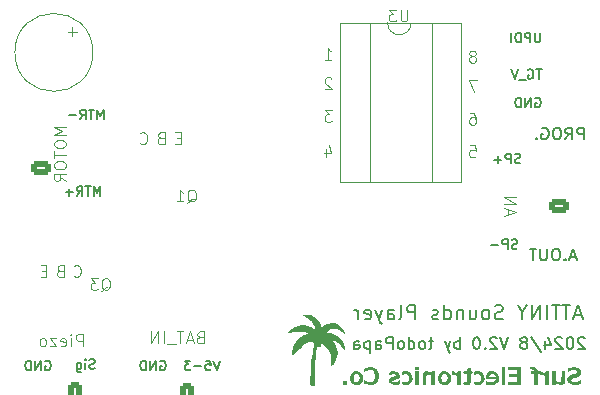
<source format=gbo>
%TF.GenerationSoftware,KiCad,Pcbnew,8.0.0*%
%TF.CreationDate,2024-09-29T18:30:20+09:00*%
%TF.ProjectId,tiny402_sounds_player_V2_0807_,74696e79-3430-4325-9f73-6f756e64735f,rev?*%
%TF.SameCoordinates,Original*%
%TF.FileFunction,Legend,Bot*%
%TF.FilePolarity,Positive*%
%FSLAX46Y46*%
G04 Gerber Fmt 4.6, Leading zero omitted, Abs format (unit mm)*
G04 Created by KiCad (PCBNEW 8.0.0) date 2024-09-29 18:30:20*
%MOMM*%
%LPD*%
G01*
G04 APERTURE LIST*
G04 Aperture macros list*
%AMRoundRect*
0 Rectangle with rounded corners*
0 $1 Rounding radius*
0 $2 $3 $4 $5 $6 $7 $8 $9 X,Y pos of 4 corners*
0 Add a 4 corners polygon primitive as box body*
4,1,4,$2,$3,$4,$5,$6,$7,$8,$9,$2,$3,0*
0 Add four circle primitives for the rounded corners*
1,1,$1+$1,$2,$3*
1,1,$1+$1,$4,$5*
1,1,$1+$1,$6,$7*
1,1,$1+$1,$8,$9*
0 Add four rect primitives between the rounded corners*
20,1,$1+$1,$2,$3,$4,$5,0*
20,1,$1+$1,$4,$5,$6,$7,0*
20,1,$1+$1,$6,$7,$8,$9,0*
20,1,$1+$1,$8,$9,$2,$3,0*%
G04 Aperture macros list end*
%ADD10C,0.100000*%
%ADD11C,0.200000*%
%ADD12C,0.187500*%
%ADD13C,0.125000*%
%ADD14C,0.000000*%
%ADD15RoundRect,0.250000X0.625000X-0.350000X0.625000X0.350000X-0.625000X0.350000X-0.625000X-0.350000X0*%
%ADD16O,1.750000X1.200000*%
%ADD17C,1.440000*%
%ADD18R,1.600000X1.600000*%
%ADD19C,1.600000*%
%ADD20R,1.700000X1.700000*%
%ADD21O,1.700000X1.700000*%
%ADD22RoundRect,0.250000X0.350000X0.625000X-0.350000X0.625000X-0.350000X-0.625000X0.350000X-0.625000X0*%
%ADD23O,1.200000X1.750000*%
%ADD24R,1.050000X1.500000*%
%ADD25O,1.050000X1.500000*%
%ADD26C,2.000000*%
%ADD27RoundRect,0.250000X-0.625000X0.350000X-0.625000X-0.350000X0.625000X-0.350000X0.625000X0.350000X0*%
G04 APERTURE END LIST*
D10*
X134500000Y-66250000D02*
G75*
G02*
X132500000Y-66250000I-1000000J0D01*
G01*
X131000000Y-66250000D02*
X131000000Y-79750000D01*
X128500000Y-66250000D02*
X138750000Y-66250000D01*
X138750000Y-79750000D01*
X128500000Y-79750000D01*
X128500000Y-66250000D01*
X107550000Y-68750000D02*
G75*
G02*
X100950000Y-68750000I-3300000J0D01*
G01*
X100950000Y-68750000D02*
G75*
G02*
X107550000Y-68750000I3300000J0D01*
G01*
X136250000Y-66250000D02*
X136250000Y-79750000D01*
X139469925Y-76622419D02*
X139946115Y-76622419D01*
X139946115Y-76622419D02*
X139993734Y-77098609D01*
X139993734Y-77098609D02*
X139946115Y-77050990D01*
X139946115Y-77050990D02*
X139850877Y-77003371D01*
X139850877Y-77003371D02*
X139612782Y-77003371D01*
X139612782Y-77003371D02*
X139517544Y-77050990D01*
X139517544Y-77050990D02*
X139469925Y-77098609D01*
X139469925Y-77098609D02*
X139422306Y-77193847D01*
X139422306Y-77193847D02*
X139422306Y-77431942D01*
X139422306Y-77431942D02*
X139469925Y-77527180D01*
X139469925Y-77527180D02*
X139517544Y-77574800D01*
X139517544Y-77574800D02*
X139612782Y-77622419D01*
X139612782Y-77622419D02*
X139850877Y-77622419D01*
X139850877Y-77622419D02*
X139946115Y-77574800D01*
X139946115Y-77574800D02*
X139993734Y-77527180D01*
D11*
X148427945Y-86081504D02*
X147951755Y-86081504D01*
X148523183Y-86367219D02*
X148189850Y-85367219D01*
X148189850Y-85367219D02*
X147856517Y-86367219D01*
X147523183Y-86271980D02*
X147475564Y-86319600D01*
X147475564Y-86319600D02*
X147523183Y-86367219D01*
X147523183Y-86367219D02*
X147570802Y-86319600D01*
X147570802Y-86319600D02*
X147523183Y-86271980D01*
X147523183Y-86271980D02*
X147523183Y-86367219D01*
X146856517Y-85367219D02*
X146666041Y-85367219D01*
X146666041Y-85367219D02*
X146570803Y-85414838D01*
X146570803Y-85414838D02*
X146475565Y-85510076D01*
X146475565Y-85510076D02*
X146427946Y-85700552D01*
X146427946Y-85700552D02*
X146427946Y-86033885D01*
X146427946Y-86033885D02*
X146475565Y-86224361D01*
X146475565Y-86224361D02*
X146570803Y-86319600D01*
X146570803Y-86319600D02*
X146666041Y-86367219D01*
X146666041Y-86367219D02*
X146856517Y-86367219D01*
X146856517Y-86367219D02*
X146951755Y-86319600D01*
X146951755Y-86319600D02*
X147046993Y-86224361D01*
X147046993Y-86224361D02*
X147094612Y-86033885D01*
X147094612Y-86033885D02*
X147094612Y-85700552D01*
X147094612Y-85700552D02*
X147046993Y-85510076D01*
X147046993Y-85510076D02*
X146951755Y-85414838D01*
X146951755Y-85414838D02*
X146856517Y-85367219D01*
X145999374Y-85367219D02*
X145999374Y-86176742D01*
X145999374Y-86176742D02*
X145951755Y-86271980D01*
X145951755Y-86271980D02*
X145904136Y-86319600D01*
X145904136Y-86319600D02*
X145808898Y-86367219D01*
X145808898Y-86367219D02*
X145618422Y-86367219D01*
X145618422Y-86367219D02*
X145523184Y-86319600D01*
X145523184Y-86319600D02*
X145475565Y-86271980D01*
X145475565Y-86271980D02*
X145427946Y-86176742D01*
X145427946Y-86176742D02*
X145427946Y-85367219D01*
X145094612Y-85367219D02*
X144523184Y-85367219D01*
X144808898Y-86367219D02*
X144808898Y-85367219D01*
D12*
X138638549Y-93867869D02*
X138638549Y-92867869D01*
X138638549Y-93248821D02*
X138543311Y-93201202D01*
X138543311Y-93201202D02*
X138352835Y-93201202D01*
X138352835Y-93201202D02*
X138257597Y-93248821D01*
X138257597Y-93248821D02*
X138209978Y-93296440D01*
X138209978Y-93296440D02*
X138162359Y-93391678D01*
X138162359Y-93391678D02*
X138162359Y-93677392D01*
X138162359Y-93677392D02*
X138209978Y-93772630D01*
X138209978Y-93772630D02*
X138257597Y-93820250D01*
X138257597Y-93820250D02*
X138352835Y-93867869D01*
X138352835Y-93867869D02*
X138543311Y-93867869D01*
X138543311Y-93867869D02*
X138638549Y-93820250D01*
X137829025Y-93201202D02*
X137590930Y-93867869D01*
X137352835Y-93201202D02*
X137590930Y-93867869D01*
X137590930Y-93867869D02*
X137686168Y-94105964D01*
X137686168Y-94105964D02*
X137733787Y-94153583D01*
X137733787Y-94153583D02*
X137829025Y-94201202D01*
X136352834Y-93201202D02*
X135971882Y-93201202D01*
X136209977Y-92867869D02*
X136209977Y-93725011D01*
X136209977Y-93725011D02*
X136162358Y-93820250D01*
X136162358Y-93820250D02*
X136067120Y-93867869D01*
X136067120Y-93867869D02*
X135971882Y-93867869D01*
X135495691Y-93867869D02*
X135590929Y-93820250D01*
X135590929Y-93820250D02*
X135638548Y-93772630D01*
X135638548Y-93772630D02*
X135686167Y-93677392D01*
X135686167Y-93677392D02*
X135686167Y-93391678D01*
X135686167Y-93391678D02*
X135638548Y-93296440D01*
X135638548Y-93296440D02*
X135590929Y-93248821D01*
X135590929Y-93248821D02*
X135495691Y-93201202D01*
X135495691Y-93201202D02*
X135352834Y-93201202D01*
X135352834Y-93201202D02*
X135257596Y-93248821D01*
X135257596Y-93248821D02*
X135209977Y-93296440D01*
X135209977Y-93296440D02*
X135162358Y-93391678D01*
X135162358Y-93391678D02*
X135162358Y-93677392D01*
X135162358Y-93677392D02*
X135209977Y-93772630D01*
X135209977Y-93772630D02*
X135257596Y-93820250D01*
X135257596Y-93820250D02*
X135352834Y-93867869D01*
X135352834Y-93867869D02*
X135495691Y-93867869D01*
X134305215Y-93867869D02*
X134305215Y-92867869D01*
X134305215Y-93820250D02*
X134400453Y-93867869D01*
X134400453Y-93867869D02*
X134590929Y-93867869D01*
X134590929Y-93867869D02*
X134686167Y-93820250D01*
X134686167Y-93820250D02*
X134733786Y-93772630D01*
X134733786Y-93772630D02*
X134781405Y-93677392D01*
X134781405Y-93677392D02*
X134781405Y-93391678D01*
X134781405Y-93391678D02*
X134733786Y-93296440D01*
X134733786Y-93296440D02*
X134686167Y-93248821D01*
X134686167Y-93248821D02*
X134590929Y-93201202D01*
X134590929Y-93201202D02*
X134400453Y-93201202D01*
X134400453Y-93201202D02*
X134305215Y-93248821D01*
X133686167Y-93867869D02*
X133781405Y-93820250D01*
X133781405Y-93820250D02*
X133829024Y-93772630D01*
X133829024Y-93772630D02*
X133876643Y-93677392D01*
X133876643Y-93677392D02*
X133876643Y-93391678D01*
X133876643Y-93391678D02*
X133829024Y-93296440D01*
X133829024Y-93296440D02*
X133781405Y-93248821D01*
X133781405Y-93248821D02*
X133686167Y-93201202D01*
X133686167Y-93201202D02*
X133543310Y-93201202D01*
X133543310Y-93201202D02*
X133448072Y-93248821D01*
X133448072Y-93248821D02*
X133400453Y-93296440D01*
X133400453Y-93296440D02*
X133352834Y-93391678D01*
X133352834Y-93391678D02*
X133352834Y-93677392D01*
X133352834Y-93677392D02*
X133400453Y-93772630D01*
X133400453Y-93772630D02*
X133448072Y-93820250D01*
X133448072Y-93820250D02*
X133543310Y-93867869D01*
X133543310Y-93867869D02*
X133686167Y-93867869D01*
X132924262Y-93867869D02*
X132924262Y-92867869D01*
X132924262Y-92867869D02*
X132543310Y-92867869D01*
X132543310Y-92867869D02*
X132448072Y-92915488D01*
X132448072Y-92915488D02*
X132400453Y-92963107D01*
X132400453Y-92963107D02*
X132352834Y-93058345D01*
X132352834Y-93058345D02*
X132352834Y-93201202D01*
X132352834Y-93201202D02*
X132400453Y-93296440D01*
X132400453Y-93296440D02*
X132448072Y-93344059D01*
X132448072Y-93344059D02*
X132543310Y-93391678D01*
X132543310Y-93391678D02*
X132924262Y-93391678D01*
X131495691Y-93867869D02*
X131495691Y-93344059D01*
X131495691Y-93344059D02*
X131543310Y-93248821D01*
X131543310Y-93248821D02*
X131638548Y-93201202D01*
X131638548Y-93201202D02*
X131829024Y-93201202D01*
X131829024Y-93201202D02*
X131924262Y-93248821D01*
X131495691Y-93820250D02*
X131590929Y-93867869D01*
X131590929Y-93867869D02*
X131829024Y-93867869D01*
X131829024Y-93867869D02*
X131924262Y-93820250D01*
X131924262Y-93820250D02*
X131971881Y-93725011D01*
X131971881Y-93725011D02*
X131971881Y-93629773D01*
X131971881Y-93629773D02*
X131924262Y-93534535D01*
X131924262Y-93534535D02*
X131829024Y-93486916D01*
X131829024Y-93486916D02*
X131590929Y-93486916D01*
X131590929Y-93486916D02*
X131495691Y-93439297D01*
X131019500Y-93201202D02*
X131019500Y-94201202D01*
X131019500Y-93248821D02*
X130924262Y-93201202D01*
X130924262Y-93201202D02*
X130733786Y-93201202D01*
X130733786Y-93201202D02*
X130638548Y-93248821D01*
X130638548Y-93248821D02*
X130590929Y-93296440D01*
X130590929Y-93296440D02*
X130543310Y-93391678D01*
X130543310Y-93391678D02*
X130543310Y-93677392D01*
X130543310Y-93677392D02*
X130590929Y-93772630D01*
X130590929Y-93772630D02*
X130638548Y-93820250D01*
X130638548Y-93820250D02*
X130733786Y-93867869D01*
X130733786Y-93867869D02*
X130924262Y-93867869D01*
X130924262Y-93867869D02*
X131019500Y-93820250D01*
X129686167Y-93867869D02*
X129686167Y-93344059D01*
X129686167Y-93344059D02*
X129733786Y-93248821D01*
X129733786Y-93248821D02*
X129829024Y-93201202D01*
X129829024Y-93201202D02*
X130019500Y-93201202D01*
X130019500Y-93201202D02*
X130114738Y-93248821D01*
X129686167Y-93820250D02*
X129781405Y-93867869D01*
X129781405Y-93867869D02*
X130019500Y-93867869D01*
X130019500Y-93867869D02*
X130114738Y-93820250D01*
X130114738Y-93820250D02*
X130162357Y-93725011D01*
X130162357Y-93725011D02*
X130162357Y-93629773D01*
X130162357Y-93629773D02*
X130114738Y-93534535D01*
X130114738Y-93534535D02*
X130019500Y-93486916D01*
X130019500Y-93486916D02*
X129781405Y-93486916D01*
X129781405Y-93486916D02*
X129686167Y-93439297D01*
D13*
X106679668Y-93621119D02*
X106679668Y-92621119D01*
X106679668Y-92621119D02*
X106298716Y-92621119D01*
X106298716Y-92621119D02*
X106203478Y-92668738D01*
X106203478Y-92668738D02*
X106155859Y-92716357D01*
X106155859Y-92716357D02*
X106108240Y-92811595D01*
X106108240Y-92811595D02*
X106108240Y-92954452D01*
X106108240Y-92954452D02*
X106155859Y-93049690D01*
X106155859Y-93049690D02*
X106203478Y-93097309D01*
X106203478Y-93097309D02*
X106298716Y-93144928D01*
X106298716Y-93144928D02*
X106679668Y-93144928D01*
X105679668Y-93621119D02*
X105679668Y-92954452D01*
X105679668Y-92621119D02*
X105727287Y-92668738D01*
X105727287Y-92668738D02*
X105679668Y-92716357D01*
X105679668Y-92716357D02*
X105632049Y-92668738D01*
X105632049Y-92668738D02*
X105679668Y-92621119D01*
X105679668Y-92621119D02*
X105679668Y-92716357D01*
X104822526Y-93573500D02*
X104917764Y-93621119D01*
X104917764Y-93621119D02*
X105108240Y-93621119D01*
X105108240Y-93621119D02*
X105203478Y-93573500D01*
X105203478Y-93573500D02*
X105251097Y-93478261D01*
X105251097Y-93478261D02*
X105251097Y-93097309D01*
X105251097Y-93097309D02*
X105203478Y-93002071D01*
X105203478Y-93002071D02*
X105108240Y-92954452D01*
X105108240Y-92954452D02*
X104917764Y-92954452D01*
X104917764Y-92954452D02*
X104822526Y-93002071D01*
X104822526Y-93002071D02*
X104774907Y-93097309D01*
X104774907Y-93097309D02*
X104774907Y-93192547D01*
X104774907Y-93192547D02*
X105251097Y-93287785D01*
X104441573Y-92954452D02*
X103917764Y-92954452D01*
X103917764Y-92954452D02*
X104441573Y-93621119D01*
X104441573Y-93621119D02*
X103917764Y-93621119D01*
X103393954Y-93621119D02*
X103489192Y-93573500D01*
X103489192Y-93573500D02*
X103536811Y-93525880D01*
X103536811Y-93525880D02*
X103584430Y-93430642D01*
X103584430Y-93430642D02*
X103584430Y-93144928D01*
X103584430Y-93144928D02*
X103536811Y-93049690D01*
X103536811Y-93049690D02*
X103489192Y-93002071D01*
X103489192Y-93002071D02*
X103393954Y-92954452D01*
X103393954Y-92954452D02*
X103251097Y-92954452D01*
X103251097Y-92954452D02*
X103155859Y-93002071D01*
X103155859Y-93002071D02*
X103108240Y-93049690D01*
X103108240Y-93049690D02*
X103060621Y-93144928D01*
X103060621Y-93144928D02*
X103060621Y-93430642D01*
X103060621Y-93430642D02*
X103108240Y-93525880D01*
X103108240Y-93525880D02*
X103155859Y-93573500D01*
X103155859Y-93573500D02*
X103251097Y-93621119D01*
X103251097Y-93621119D02*
X103393954Y-93621119D01*
D10*
X127791353Y-73622419D02*
X127172306Y-73622419D01*
X127172306Y-73622419D02*
X127505639Y-74003371D01*
X127505639Y-74003371D02*
X127362782Y-74003371D01*
X127362782Y-74003371D02*
X127267544Y-74050990D01*
X127267544Y-74050990D02*
X127219925Y-74098609D01*
X127219925Y-74098609D02*
X127172306Y-74193847D01*
X127172306Y-74193847D02*
X127172306Y-74431942D01*
X127172306Y-74431942D02*
X127219925Y-74527180D01*
X127219925Y-74527180D02*
X127267544Y-74574800D01*
X127267544Y-74574800D02*
X127362782Y-74622419D01*
X127362782Y-74622419D02*
X127648496Y-74622419D01*
X127648496Y-74622419D02*
X127743734Y-74574800D01*
X127743734Y-74574800D02*
X127791353Y-74527180D01*
X103596115Y-87248609D02*
X103262782Y-87248609D01*
X103119925Y-87772419D02*
X103596115Y-87772419D01*
X103596115Y-87772419D02*
X103596115Y-86772419D01*
X103596115Y-86772419D02*
X103119925Y-86772419D01*
D13*
X134179668Y-65121119D02*
X134179668Y-65930642D01*
X134179668Y-65930642D02*
X134132049Y-66025880D01*
X134132049Y-66025880D02*
X134084430Y-66073500D01*
X134084430Y-66073500D02*
X133989192Y-66121119D01*
X133989192Y-66121119D02*
X133798716Y-66121119D01*
X133798716Y-66121119D02*
X133703478Y-66073500D01*
X133703478Y-66073500D02*
X133655859Y-66025880D01*
X133655859Y-66025880D02*
X133608240Y-65930642D01*
X133608240Y-65930642D02*
X133608240Y-65121119D01*
X133227287Y-65121119D02*
X132608240Y-65121119D01*
X132608240Y-65121119D02*
X132941573Y-65502071D01*
X132941573Y-65502071D02*
X132798716Y-65502071D01*
X132798716Y-65502071D02*
X132703478Y-65549690D01*
X132703478Y-65549690D02*
X132655859Y-65597309D01*
X132655859Y-65597309D02*
X132608240Y-65692547D01*
X132608240Y-65692547D02*
X132608240Y-65930642D01*
X132608240Y-65930642D02*
X132655859Y-66025880D01*
X132655859Y-66025880D02*
X132703478Y-66073500D01*
X132703478Y-66073500D02*
X132798716Y-66121119D01*
X132798716Y-66121119D02*
X133084430Y-66121119D01*
X133084430Y-66121119D02*
X133179668Y-66073500D01*
X133179668Y-66073500D02*
X133227287Y-66025880D01*
D10*
X140041353Y-71122419D02*
X139374687Y-71122419D01*
X139374687Y-71122419D02*
X139803258Y-72122419D01*
D11*
X143466041Y-85353600D02*
X143351755Y-85391695D01*
X143351755Y-85391695D02*
X143161279Y-85391695D01*
X143161279Y-85391695D02*
X143085088Y-85353600D01*
X143085088Y-85353600D02*
X143046993Y-85315504D01*
X143046993Y-85315504D02*
X143008898Y-85239314D01*
X143008898Y-85239314D02*
X143008898Y-85163123D01*
X143008898Y-85163123D02*
X143046993Y-85086933D01*
X143046993Y-85086933D02*
X143085088Y-85048838D01*
X143085088Y-85048838D02*
X143161279Y-85010742D01*
X143161279Y-85010742D02*
X143313660Y-84972647D01*
X143313660Y-84972647D02*
X143389850Y-84934552D01*
X143389850Y-84934552D02*
X143427945Y-84896457D01*
X143427945Y-84896457D02*
X143466041Y-84820266D01*
X143466041Y-84820266D02*
X143466041Y-84744076D01*
X143466041Y-84744076D02*
X143427945Y-84667885D01*
X143427945Y-84667885D02*
X143389850Y-84629790D01*
X143389850Y-84629790D02*
X143313660Y-84591695D01*
X143313660Y-84591695D02*
X143123183Y-84591695D01*
X143123183Y-84591695D02*
X143008898Y-84629790D01*
X142666040Y-85391695D02*
X142666040Y-84591695D01*
X142666040Y-84591695D02*
X142361278Y-84591695D01*
X142361278Y-84591695D02*
X142285088Y-84629790D01*
X142285088Y-84629790D02*
X142246993Y-84667885D01*
X142246993Y-84667885D02*
X142208897Y-84744076D01*
X142208897Y-84744076D02*
X142208897Y-84858361D01*
X142208897Y-84858361D02*
X142246993Y-84934552D01*
X142246993Y-84934552D02*
X142285088Y-84972647D01*
X142285088Y-84972647D02*
X142361278Y-85010742D01*
X142361278Y-85010742D02*
X142666040Y-85010742D01*
X141866040Y-85086933D02*
X141256517Y-85086933D01*
D13*
X108263002Y-88966357D02*
X108358240Y-88918738D01*
X108358240Y-88918738D02*
X108453478Y-88823500D01*
X108453478Y-88823500D02*
X108596335Y-88680642D01*
X108596335Y-88680642D02*
X108691573Y-88633023D01*
X108691573Y-88633023D02*
X108786811Y-88633023D01*
X108739192Y-88871119D02*
X108834430Y-88823500D01*
X108834430Y-88823500D02*
X108929668Y-88728261D01*
X108929668Y-88728261D02*
X108977287Y-88537785D01*
X108977287Y-88537785D02*
X108977287Y-88204452D01*
X108977287Y-88204452D02*
X108929668Y-88013976D01*
X108929668Y-88013976D02*
X108834430Y-87918738D01*
X108834430Y-87918738D02*
X108739192Y-87871119D01*
X108739192Y-87871119D02*
X108548716Y-87871119D01*
X108548716Y-87871119D02*
X108453478Y-87918738D01*
X108453478Y-87918738D02*
X108358240Y-88013976D01*
X108358240Y-88013976D02*
X108310621Y-88204452D01*
X108310621Y-88204452D02*
X108310621Y-88537785D01*
X108310621Y-88537785D02*
X108358240Y-88728261D01*
X108358240Y-88728261D02*
X108453478Y-88823500D01*
X108453478Y-88823500D02*
X108548716Y-88871119D01*
X108548716Y-88871119D02*
X108739192Y-88871119D01*
X107977287Y-87871119D02*
X107358240Y-87871119D01*
X107358240Y-87871119D02*
X107691573Y-88252071D01*
X107691573Y-88252071D02*
X107548716Y-88252071D01*
X107548716Y-88252071D02*
X107453478Y-88299690D01*
X107453478Y-88299690D02*
X107405859Y-88347309D01*
X107405859Y-88347309D02*
X107358240Y-88442547D01*
X107358240Y-88442547D02*
X107358240Y-88680642D01*
X107358240Y-88680642D02*
X107405859Y-88775880D01*
X107405859Y-88775880D02*
X107453478Y-88823500D01*
X107453478Y-88823500D02*
X107548716Y-88871119D01*
X107548716Y-88871119D02*
X107834430Y-88871119D01*
X107834430Y-88871119D02*
X107929668Y-88823500D01*
X107929668Y-88823500D02*
X107977287Y-88775880D01*
D12*
X148898073Y-91000535D02*
X148326645Y-91000535D01*
X149012359Y-91343392D02*
X148612359Y-90143392D01*
X148612359Y-90143392D02*
X148212359Y-91343392D01*
X147983788Y-90143392D02*
X147298074Y-90143392D01*
X147640931Y-91343392D02*
X147640931Y-90143392D01*
X147069502Y-90143392D02*
X146383788Y-90143392D01*
X146726645Y-91343392D02*
X146726645Y-90143392D01*
X145983787Y-91343392D02*
X145983787Y-90143392D01*
X145412358Y-91343392D02*
X145412358Y-90143392D01*
X145412358Y-90143392D02*
X144726644Y-91343392D01*
X144726644Y-91343392D02*
X144726644Y-90143392D01*
X143926644Y-90771964D02*
X143926644Y-91343392D01*
X144326644Y-90143392D02*
X143926644Y-90771964D01*
X143926644Y-90771964D02*
X143526644Y-90143392D01*
X142269501Y-91286250D02*
X142098073Y-91343392D01*
X142098073Y-91343392D02*
X141812358Y-91343392D01*
X141812358Y-91343392D02*
X141698073Y-91286250D01*
X141698073Y-91286250D02*
X141640930Y-91229107D01*
X141640930Y-91229107D02*
X141583787Y-91114821D01*
X141583787Y-91114821D02*
X141583787Y-91000535D01*
X141583787Y-91000535D02*
X141640930Y-90886250D01*
X141640930Y-90886250D02*
X141698073Y-90829107D01*
X141698073Y-90829107D02*
X141812358Y-90771964D01*
X141812358Y-90771964D02*
X142040930Y-90714821D01*
X142040930Y-90714821D02*
X142155215Y-90657678D01*
X142155215Y-90657678D02*
X142212358Y-90600535D01*
X142212358Y-90600535D02*
X142269501Y-90486250D01*
X142269501Y-90486250D02*
X142269501Y-90371964D01*
X142269501Y-90371964D02*
X142212358Y-90257678D01*
X142212358Y-90257678D02*
X142155215Y-90200535D01*
X142155215Y-90200535D02*
X142040930Y-90143392D01*
X142040930Y-90143392D02*
X141755215Y-90143392D01*
X141755215Y-90143392D02*
X141583787Y-90200535D01*
X140898073Y-91343392D02*
X141012358Y-91286250D01*
X141012358Y-91286250D02*
X141069501Y-91229107D01*
X141069501Y-91229107D02*
X141126644Y-91114821D01*
X141126644Y-91114821D02*
X141126644Y-90771964D01*
X141126644Y-90771964D02*
X141069501Y-90657678D01*
X141069501Y-90657678D02*
X141012358Y-90600535D01*
X141012358Y-90600535D02*
X140898073Y-90543392D01*
X140898073Y-90543392D02*
X140726644Y-90543392D01*
X140726644Y-90543392D02*
X140612358Y-90600535D01*
X140612358Y-90600535D02*
X140555216Y-90657678D01*
X140555216Y-90657678D02*
X140498073Y-90771964D01*
X140498073Y-90771964D02*
X140498073Y-91114821D01*
X140498073Y-91114821D02*
X140555216Y-91229107D01*
X140555216Y-91229107D02*
X140612358Y-91286250D01*
X140612358Y-91286250D02*
X140726644Y-91343392D01*
X140726644Y-91343392D02*
X140898073Y-91343392D01*
X139469502Y-90543392D02*
X139469502Y-91343392D01*
X139983787Y-90543392D02*
X139983787Y-91171964D01*
X139983787Y-91171964D02*
X139926644Y-91286250D01*
X139926644Y-91286250D02*
X139812359Y-91343392D01*
X139812359Y-91343392D02*
X139640930Y-91343392D01*
X139640930Y-91343392D02*
X139526644Y-91286250D01*
X139526644Y-91286250D02*
X139469502Y-91229107D01*
X138898073Y-90543392D02*
X138898073Y-91343392D01*
X138898073Y-90657678D02*
X138840930Y-90600535D01*
X138840930Y-90600535D02*
X138726645Y-90543392D01*
X138726645Y-90543392D02*
X138555216Y-90543392D01*
X138555216Y-90543392D02*
X138440930Y-90600535D01*
X138440930Y-90600535D02*
X138383788Y-90714821D01*
X138383788Y-90714821D02*
X138383788Y-91343392D01*
X137298074Y-91343392D02*
X137298074Y-90143392D01*
X137298074Y-91286250D02*
X137412359Y-91343392D01*
X137412359Y-91343392D02*
X137640931Y-91343392D01*
X137640931Y-91343392D02*
X137755216Y-91286250D01*
X137755216Y-91286250D02*
X137812359Y-91229107D01*
X137812359Y-91229107D02*
X137869502Y-91114821D01*
X137869502Y-91114821D02*
X137869502Y-90771964D01*
X137869502Y-90771964D02*
X137812359Y-90657678D01*
X137812359Y-90657678D02*
X137755216Y-90600535D01*
X137755216Y-90600535D02*
X137640931Y-90543392D01*
X137640931Y-90543392D02*
X137412359Y-90543392D01*
X137412359Y-90543392D02*
X137298074Y-90600535D01*
X136783788Y-91286250D02*
X136669502Y-91343392D01*
X136669502Y-91343392D02*
X136440931Y-91343392D01*
X136440931Y-91343392D02*
X136326645Y-91286250D01*
X136326645Y-91286250D02*
X136269502Y-91171964D01*
X136269502Y-91171964D02*
X136269502Y-91114821D01*
X136269502Y-91114821D02*
X136326645Y-91000535D01*
X136326645Y-91000535D02*
X136440931Y-90943392D01*
X136440931Y-90943392D02*
X136612360Y-90943392D01*
X136612360Y-90943392D02*
X136726645Y-90886250D01*
X136726645Y-90886250D02*
X136783788Y-90771964D01*
X136783788Y-90771964D02*
X136783788Y-90714821D01*
X136783788Y-90714821D02*
X136726645Y-90600535D01*
X136726645Y-90600535D02*
X136612360Y-90543392D01*
X136612360Y-90543392D02*
X136440931Y-90543392D01*
X136440931Y-90543392D02*
X136326645Y-90600535D01*
X134840930Y-91343392D02*
X134840930Y-90143392D01*
X134840930Y-90143392D02*
X134383787Y-90143392D01*
X134383787Y-90143392D02*
X134269502Y-90200535D01*
X134269502Y-90200535D02*
X134212359Y-90257678D01*
X134212359Y-90257678D02*
X134155216Y-90371964D01*
X134155216Y-90371964D02*
X134155216Y-90543392D01*
X134155216Y-90543392D02*
X134212359Y-90657678D01*
X134212359Y-90657678D02*
X134269502Y-90714821D01*
X134269502Y-90714821D02*
X134383787Y-90771964D01*
X134383787Y-90771964D02*
X134840930Y-90771964D01*
X133469502Y-91343392D02*
X133583787Y-91286250D01*
X133583787Y-91286250D02*
X133640930Y-91171964D01*
X133640930Y-91171964D02*
X133640930Y-90143392D01*
X132498074Y-91343392D02*
X132498074Y-90714821D01*
X132498074Y-90714821D02*
X132555216Y-90600535D01*
X132555216Y-90600535D02*
X132669502Y-90543392D01*
X132669502Y-90543392D02*
X132898074Y-90543392D01*
X132898074Y-90543392D02*
X133012359Y-90600535D01*
X132498074Y-91286250D02*
X132612359Y-91343392D01*
X132612359Y-91343392D02*
X132898074Y-91343392D01*
X132898074Y-91343392D02*
X133012359Y-91286250D01*
X133012359Y-91286250D02*
X133069502Y-91171964D01*
X133069502Y-91171964D02*
X133069502Y-91057678D01*
X133069502Y-91057678D02*
X133012359Y-90943392D01*
X133012359Y-90943392D02*
X132898074Y-90886250D01*
X132898074Y-90886250D02*
X132612359Y-90886250D01*
X132612359Y-90886250D02*
X132498074Y-90829107D01*
X132040931Y-90543392D02*
X131755217Y-91343392D01*
X131469502Y-90543392D02*
X131755217Y-91343392D01*
X131755217Y-91343392D02*
X131869502Y-91629107D01*
X131869502Y-91629107D02*
X131926645Y-91686250D01*
X131926645Y-91686250D02*
X132040931Y-91743392D01*
X130555216Y-91286250D02*
X130669502Y-91343392D01*
X130669502Y-91343392D02*
X130898074Y-91343392D01*
X130898074Y-91343392D02*
X131012359Y-91286250D01*
X131012359Y-91286250D02*
X131069502Y-91171964D01*
X131069502Y-91171964D02*
X131069502Y-90714821D01*
X131069502Y-90714821D02*
X131012359Y-90600535D01*
X131012359Y-90600535D02*
X130898074Y-90543392D01*
X130898074Y-90543392D02*
X130669502Y-90543392D01*
X130669502Y-90543392D02*
X130555216Y-90600535D01*
X130555216Y-90600535D02*
X130498074Y-90714821D01*
X130498074Y-90714821D02*
X130498074Y-90829107D01*
X130498074Y-90829107D02*
X131069502Y-90943392D01*
X129983788Y-91343392D02*
X129983788Y-90543392D01*
X129983788Y-90771964D02*
X129926645Y-90657678D01*
X129926645Y-90657678D02*
X129869503Y-90600535D01*
X129869503Y-90600535D02*
X129755217Y-90543392D01*
X129755217Y-90543392D02*
X129640931Y-90543392D01*
D13*
X116596335Y-92847309D02*
X116453478Y-92894928D01*
X116453478Y-92894928D02*
X116405859Y-92942547D01*
X116405859Y-92942547D02*
X116358240Y-93037785D01*
X116358240Y-93037785D02*
X116358240Y-93180642D01*
X116358240Y-93180642D02*
X116405859Y-93275880D01*
X116405859Y-93275880D02*
X116453478Y-93323500D01*
X116453478Y-93323500D02*
X116548716Y-93371119D01*
X116548716Y-93371119D02*
X116929668Y-93371119D01*
X116929668Y-93371119D02*
X116929668Y-92371119D01*
X116929668Y-92371119D02*
X116596335Y-92371119D01*
X116596335Y-92371119D02*
X116501097Y-92418738D01*
X116501097Y-92418738D02*
X116453478Y-92466357D01*
X116453478Y-92466357D02*
X116405859Y-92561595D01*
X116405859Y-92561595D02*
X116405859Y-92656833D01*
X116405859Y-92656833D02*
X116453478Y-92752071D01*
X116453478Y-92752071D02*
X116501097Y-92799690D01*
X116501097Y-92799690D02*
X116596335Y-92847309D01*
X116596335Y-92847309D02*
X116929668Y-92847309D01*
X115977287Y-93085404D02*
X115501097Y-93085404D01*
X116072525Y-93371119D02*
X115739192Y-92371119D01*
X115739192Y-92371119D02*
X115405859Y-93371119D01*
X115215382Y-92371119D02*
X114643954Y-92371119D01*
X114929668Y-93371119D02*
X114929668Y-92371119D01*
X114548716Y-93466357D02*
X113786811Y-93466357D01*
X113548715Y-93371119D02*
X113548715Y-92371119D01*
X113072525Y-93371119D02*
X113072525Y-92371119D01*
X113072525Y-92371119D02*
X112501097Y-93371119D01*
X112501097Y-93371119D02*
X112501097Y-92371119D01*
D11*
X113258898Y-94879790D02*
X113335088Y-94841695D01*
X113335088Y-94841695D02*
X113449374Y-94841695D01*
X113449374Y-94841695D02*
X113563660Y-94879790D01*
X113563660Y-94879790D02*
X113639850Y-94955980D01*
X113639850Y-94955980D02*
X113677945Y-95032171D01*
X113677945Y-95032171D02*
X113716041Y-95184552D01*
X113716041Y-95184552D02*
X113716041Y-95298838D01*
X113716041Y-95298838D02*
X113677945Y-95451219D01*
X113677945Y-95451219D02*
X113639850Y-95527409D01*
X113639850Y-95527409D02*
X113563660Y-95603600D01*
X113563660Y-95603600D02*
X113449374Y-95641695D01*
X113449374Y-95641695D02*
X113373183Y-95641695D01*
X113373183Y-95641695D02*
X113258898Y-95603600D01*
X113258898Y-95603600D02*
X113220802Y-95565504D01*
X113220802Y-95565504D02*
X113220802Y-95298838D01*
X113220802Y-95298838D02*
X113373183Y-95298838D01*
X112877945Y-95641695D02*
X112877945Y-94841695D01*
X112877945Y-94841695D02*
X112420802Y-95641695D01*
X112420802Y-95641695D02*
X112420802Y-94841695D01*
X112039850Y-95641695D02*
X112039850Y-94841695D01*
X112039850Y-94841695D02*
X111849374Y-94841695D01*
X111849374Y-94841695D02*
X111735088Y-94879790D01*
X111735088Y-94879790D02*
X111658898Y-94955980D01*
X111658898Y-94955980D02*
X111620803Y-95032171D01*
X111620803Y-95032171D02*
X111582707Y-95184552D01*
X111582707Y-95184552D02*
X111582707Y-95298838D01*
X111582707Y-95298838D02*
X111620803Y-95451219D01*
X111620803Y-95451219D02*
X111658898Y-95527409D01*
X111658898Y-95527409D02*
X111735088Y-95603600D01*
X111735088Y-95603600D02*
X111849374Y-95641695D01*
X111849374Y-95641695D02*
X112039850Y-95641695D01*
X103508898Y-94879790D02*
X103585088Y-94841695D01*
X103585088Y-94841695D02*
X103699374Y-94841695D01*
X103699374Y-94841695D02*
X103813660Y-94879790D01*
X103813660Y-94879790D02*
X103889850Y-94955980D01*
X103889850Y-94955980D02*
X103927945Y-95032171D01*
X103927945Y-95032171D02*
X103966041Y-95184552D01*
X103966041Y-95184552D02*
X103966041Y-95298838D01*
X103966041Y-95298838D02*
X103927945Y-95451219D01*
X103927945Y-95451219D02*
X103889850Y-95527409D01*
X103889850Y-95527409D02*
X103813660Y-95603600D01*
X103813660Y-95603600D02*
X103699374Y-95641695D01*
X103699374Y-95641695D02*
X103623183Y-95641695D01*
X103623183Y-95641695D02*
X103508898Y-95603600D01*
X103508898Y-95603600D02*
X103470802Y-95565504D01*
X103470802Y-95565504D02*
X103470802Y-95298838D01*
X103470802Y-95298838D02*
X103623183Y-95298838D01*
X103127945Y-95641695D02*
X103127945Y-94841695D01*
X103127945Y-94841695D02*
X102670802Y-95641695D01*
X102670802Y-95641695D02*
X102670802Y-94841695D01*
X102289850Y-95641695D02*
X102289850Y-94841695D01*
X102289850Y-94841695D02*
X102099374Y-94841695D01*
X102099374Y-94841695D02*
X101985088Y-94879790D01*
X101985088Y-94879790D02*
X101908898Y-94955980D01*
X101908898Y-94955980D02*
X101870803Y-95032171D01*
X101870803Y-95032171D02*
X101832707Y-95184552D01*
X101832707Y-95184552D02*
X101832707Y-95298838D01*
X101832707Y-95298838D02*
X101870803Y-95451219D01*
X101870803Y-95451219D02*
X101908898Y-95527409D01*
X101908898Y-95527409D02*
X101985088Y-95603600D01*
X101985088Y-95603600D02*
X102099374Y-95641695D01*
X102099374Y-95641695D02*
X102289850Y-95641695D01*
D10*
X127743734Y-70967657D02*
X127696115Y-70920038D01*
X127696115Y-70920038D02*
X127600877Y-70872419D01*
X127600877Y-70872419D02*
X127362782Y-70872419D01*
X127362782Y-70872419D02*
X127267544Y-70920038D01*
X127267544Y-70920038D02*
X127219925Y-70967657D01*
X127219925Y-70967657D02*
X127172306Y-71062895D01*
X127172306Y-71062895D02*
X127172306Y-71158133D01*
X127172306Y-71158133D02*
X127219925Y-71300990D01*
X127219925Y-71300990D02*
X127791353Y-71872419D01*
X127791353Y-71872419D02*
X127172306Y-71872419D01*
X127267544Y-76955752D02*
X127267544Y-77622419D01*
X127505639Y-76574800D02*
X127743734Y-77289085D01*
X127743734Y-77289085D02*
X127124687Y-77289085D01*
D11*
X107716041Y-95503600D02*
X107601755Y-95541695D01*
X107601755Y-95541695D02*
X107411279Y-95541695D01*
X107411279Y-95541695D02*
X107335088Y-95503600D01*
X107335088Y-95503600D02*
X107296993Y-95465504D01*
X107296993Y-95465504D02*
X107258898Y-95389314D01*
X107258898Y-95389314D02*
X107258898Y-95313123D01*
X107258898Y-95313123D02*
X107296993Y-95236933D01*
X107296993Y-95236933D02*
X107335088Y-95198838D01*
X107335088Y-95198838D02*
X107411279Y-95160742D01*
X107411279Y-95160742D02*
X107563660Y-95122647D01*
X107563660Y-95122647D02*
X107639850Y-95084552D01*
X107639850Y-95084552D02*
X107677945Y-95046457D01*
X107677945Y-95046457D02*
X107716041Y-94970266D01*
X107716041Y-94970266D02*
X107716041Y-94894076D01*
X107716041Y-94894076D02*
X107677945Y-94817885D01*
X107677945Y-94817885D02*
X107639850Y-94779790D01*
X107639850Y-94779790D02*
X107563660Y-94741695D01*
X107563660Y-94741695D02*
X107373183Y-94741695D01*
X107373183Y-94741695D02*
X107258898Y-94779790D01*
X106916040Y-95541695D02*
X106916040Y-95008361D01*
X106916040Y-94741695D02*
X106954136Y-94779790D01*
X106954136Y-94779790D02*
X106916040Y-94817885D01*
X106916040Y-94817885D02*
X106877945Y-94779790D01*
X106877945Y-94779790D02*
X106916040Y-94741695D01*
X106916040Y-94741695D02*
X106916040Y-94817885D01*
X106192231Y-95008361D02*
X106192231Y-95655980D01*
X106192231Y-95655980D02*
X106230326Y-95732171D01*
X106230326Y-95732171D02*
X106268422Y-95770266D01*
X106268422Y-95770266D02*
X106344612Y-95808361D01*
X106344612Y-95808361D02*
X106458898Y-95808361D01*
X106458898Y-95808361D02*
X106535088Y-95770266D01*
X106192231Y-95503600D02*
X106268422Y-95541695D01*
X106268422Y-95541695D02*
X106420803Y-95541695D01*
X106420803Y-95541695D02*
X106496993Y-95503600D01*
X106496993Y-95503600D02*
X106535088Y-95465504D01*
X106535088Y-95465504D02*
X106573184Y-95389314D01*
X106573184Y-95389314D02*
X106573184Y-95160742D01*
X106573184Y-95160742D02*
X106535088Y-95084552D01*
X106535088Y-95084552D02*
X106496993Y-95046457D01*
X106496993Y-95046457D02*
X106420803Y-95008361D01*
X106420803Y-95008361D02*
X106268422Y-95008361D01*
X106268422Y-95008361D02*
X106192231Y-95046457D01*
D10*
X106196115Y-66991466D02*
X105434211Y-66991466D01*
X105815163Y-67372419D02*
X105815163Y-66610514D01*
D11*
X145427945Y-67091695D02*
X145427945Y-67739314D01*
X145427945Y-67739314D02*
X145389850Y-67815504D01*
X145389850Y-67815504D02*
X145351755Y-67853600D01*
X145351755Y-67853600D02*
X145275564Y-67891695D01*
X145275564Y-67891695D02*
X145123183Y-67891695D01*
X145123183Y-67891695D02*
X145046993Y-67853600D01*
X145046993Y-67853600D02*
X145008898Y-67815504D01*
X145008898Y-67815504D02*
X144970802Y-67739314D01*
X144970802Y-67739314D02*
X144970802Y-67091695D01*
X144589850Y-67891695D02*
X144589850Y-67091695D01*
X144589850Y-67091695D02*
X144285088Y-67091695D01*
X144285088Y-67091695D02*
X144208898Y-67129790D01*
X144208898Y-67129790D02*
X144170803Y-67167885D01*
X144170803Y-67167885D02*
X144132707Y-67244076D01*
X144132707Y-67244076D02*
X144132707Y-67358361D01*
X144132707Y-67358361D02*
X144170803Y-67434552D01*
X144170803Y-67434552D02*
X144208898Y-67472647D01*
X144208898Y-67472647D02*
X144285088Y-67510742D01*
X144285088Y-67510742D02*
X144589850Y-67510742D01*
X143789850Y-67891695D02*
X143789850Y-67091695D01*
X143789850Y-67091695D02*
X143599374Y-67091695D01*
X143599374Y-67091695D02*
X143485088Y-67129790D01*
X143485088Y-67129790D02*
X143408898Y-67205980D01*
X143408898Y-67205980D02*
X143370803Y-67282171D01*
X143370803Y-67282171D02*
X143332707Y-67434552D01*
X143332707Y-67434552D02*
X143332707Y-67548838D01*
X143332707Y-67548838D02*
X143370803Y-67701219D01*
X143370803Y-67701219D02*
X143408898Y-67777409D01*
X143408898Y-67777409D02*
X143485088Y-67853600D01*
X143485088Y-67853600D02*
X143599374Y-67891695D01*
X143599374Y-67891695D02*
X143789850Y-67891695D01*
X142989850Y-67891695D02*
X142989850Y-67091695D01*
X108177945Y-80891695D02*
X108177945Y-80091695D01*
X108177945Y-80091695D02*
X107911279Y-80663123D01*
X107911279Y-80663123D02*
X107644612Y-80091695D01*
X107644612Y-80091695D02*
X107644612Y-80891695D01*
X107377945Y-80091695D02*
X106920802Y-80091695D01*
X107149374Y-80891695D02*
X107149374Y-80091695D01*
X106196992Y-80891695D02*
X106463659Y-80510742D01*
X106654135Y-80891695D02*
X106654135Y-80091695D01*
X106654135Y-80091695D02*
X106349373Y-80091695D01*
X106349373Y-80091695D02*
X106273183Y-80129790D01*
X106273183Y-80129790D02*
X106235088Y-80167885D01*
X106235088Y-80167885D02*
X106196992Y-80244076D01*
X106196992Y-80244076D02*
X106196992Y-80358361D01*
X106196992Y-80358361D02*
X106235088Y-80434552D01*
X106235088Y-80434552D02*
X106273183Y-80472647D01*
X106273183Y-80472647D02*
X106349373Y-80510742D01*
X106349373Y-80510742D02*
X106654135Y-80510742D01*
X105854135Y-80586933D02*
X105244612Y-80586933D01*
X105549373Y-80891695D02*
X105549373Y-80282171D01*
D10*
X139517544Y-73872419D02*
X139708020Y-73872419D01*
X139708020Y-73872419D02*
X139803258Y-73920038D01*
X139803258Y-73920038D02*
X139850877Y-73967657D01*
X139850877Y-73967657D02*
X139946115Y-74110514D01*
X139946115Y-74110514D02*
X139993734Y-74300990D01*
X139993734Y-74300990D02*
X139993734Y-74681942D01*
X139993734Y-74681942D02*
X139946115Y-74777180D01*
X139946115Y-74777180D02*
X139898496Y-74824800D01*
X139898496Y-74824800D02*
X139803258Y-74872419D01*
X139803258Y-74872419D02*
X139612782Y-74872419D01*
X139612782Y-74872419D02*
X139517544Y-74824800D01*
X139517544Y-74824800D02*
X139469925Y-74777180D01*
X139469925Y-74777180D02*
X139422306Y-74681942D01*
X139422306Y-74681942D02*
X139422306Y-74443847D01*
X139422306Y-74443847D02*
X139469925Y-74348609D01*
X139469925Y-74348609D02*
X139517544Y-74300990D01*
X139517544Y-74300990D02*
X139612782Y-74253371D01*
X139612782Y-74253371D02*
X139803258Y-74253371D01*
X139803258Y-74253371D02*
X139898496Y-74300990D01*
X139898496Y-74300990D02*
X139946115Y-74348609D01*
X139946115Y-74348609D02*
X139993734Y-74443847D01*
D13*
X115553002Y-81466357D02*
X115648240Y-81418738D01*
X115648240Y-81418738D02*
X115743478Y-81323500D01*
X115743478Y-81323500D02*
X115886335Y-81180642D01*
X115886335Y-81180642D02*
X115981573Y-81133023D01*
X115981573Y-81133023D02*
X116076811Y-81133023D01*
X116029192Y-81371119D02*
X116124430Y-81323500D01*
X116124430Y-81323500D02*
X116219668Y-81228261D01*
X116219668Y-81228261D02*
X116267287Y-81037785D01*
X116267287Y-81037785D02*
X116267287Y-80704452D01*
X116267287Y-80704452D02*
X116219668Y-80513976D01*
X116219668Y-80513976D02*
X116124430Y-80418738D01*
X116124430Y-80418738D02*
X116029192Y-80371119D01*
X116029192Y-80371119D02*
X115838716Y-80371119D01*
X115838716Y-80371119D02*
X115743478Y-80418738D01*
X115743478Y-80418738D02*
X115648240Y-80513976D01*
X115648240Y-80513976D02*
X115600621Y-80704452D01*
X115600621Y-80704452D02*
X115600621Y-81037785D01*
X115600621Y-81037785D02*
X115648240Y-81228261D01*
X115648240Y-81228261D02*
X115743478Y-81323500D01*
X115743478Y-81323500D02*
X115838716Y-81371119D01*
X115838716Y-81371119D02*
X116029192Y-81371119D01*
X114648240Y-81371119D02*
X115219668Y-81371119D01*
X114933954Y-81371119D02*
X114933954Y-80371119D01*
X114933954Y-80371119D02*
X115029192Y-80513976D01*
X115029192Y-80513976D02*
X115124430Y-80609214D01*
X115124430Y-80609214D02*
X115219668Y-80656833D01*
D11*
X145542231Y-70191695D02*
X145085088Y-70191695D01*
X145313660Y-70991695D02*
X145313660Y-70191695D01*
X144399374Y-70229790D02*
X144475564Y-70191695D01*
X144475564Y-70191695D02*
X144589850Y-70191695D01*
X144589850Y-70191695D02*
X144704136Y-70229790D01*
X144704136Y-70229790D02*
X144780326Y-70305980D01*
X144780326Y-70305980D02*
X144818421Y-70382171D01*
X144818421Y-70382171D02*
X144856517Y-70534552D01*
X144856517Y-70534552D02*
X144856517Y-70648838D01*
X144856517Y-70648838D02*
X144818421Y-70801219D01*
X144818421Y-70801219D02*
X144780326Y-70877409D01*
X144780326Y-70877409D02*
X144704136Y-70953600D01*
X144704136Y-70953600D02*
X144589850Y-70991695D01*
X144589850Y-70991695D02*
X144513659Y-70991695D01*
X144513659Y-70991695D02*
X144399374Y-70953600D01*
X144399374Y-70953600D02*
X144361278Y-70915504D01*
X144361278Y-70915504D02*
X144361278Y-70648838D01*
X144361278Y-70648838D02*
X144513659Y-70648838D01*
X144208898Y-71067885D02*
X143599374Y-71067885D01*
X143523183Y-70191695D02*
X143256516Y-70991695D01*
X143256516Y-70991695D02*
X142989850Y-70191695D01*
D10*
X127172306Y-69372419D02*
X127743734Y-69372419D01*
X127458020Y-69372419D02*
X127458020Y-68372419D01*
X127458020Y-68372419D02*
X127553258Y-68515276D01*
X127553258Y-68515276D02*
X127648496Y-68610514D01*
X127648496Y-68610514D02*
X127743734Y-68658133D01*
X104762782Y-87248609D02*
X104619925Y-87296228D01*
X104619925Y-87296228D02*
X104572306Y-87343847D01*
X104572306Y-87343847D02*
X104524687Y-87439085D01*
X104524687Y-87439085D02*
X104524687Y-87581942D01*
X104524687Y-87581942D02*
X104572306Y-87677180D01*
X104572306Y-87677180D02*
X104619925Y-87724800D01*
X104619925Y-87724800D02*
X104715163Y-87772419D01*
X104715163Y-87772419D02*
X105096115Y-87772419D01*
X105096115Y-87772419D02*
X105096115Y-86772419D01*
X105096115Y-86772419D02*
X104762782Y-86772419D01*
X104762782Y-86772419D02*
X104667544Y-86820038D01*
X104667544Y-86820038D02*
X104619925Y-86867657D01*
X104619925Y-86867657D02*
X104572306Y-86962895D01*
X104572306Y-86962895D02*
X104572306Y-87058133D01*
X104572306Y-87058133D02*
X104619925Y-87153371D01*
X104619925Y-87153371D02*
X104667544Y-87200990D01*
X104667544Y-87200990D02*
X104762782Y-87248609D01*
X104762782Y-87248609D02*
X105096115Y-87248609D01*
X139803258Y-69050990D02*
X139898496Y-69003371D01*
X139898496Y-69003371D02*
X139946115Y-68955752D01*
X139946115Y-68955752D02*
X139993734Y-68860514D01*
X139993734Y-68860514D02*
X139993734Y-68812895D01*
X139993734Y-68812895D02*
X139946115Y-68717657D01*
X139946115Y-68717657D02*
X139898496Y-68670038D01*
X139898496Y-68670038D02*
X139803258Y-68622419D01*
X139803258Y-68622419D02*
X139612782Y-68622419D01*
X139612782Y-68622419D02*
X139517544Y-68670038D01*
X139517544Y-68670038D02*
X139469925Y-68717657D01*
X139469925Y-68717657D02*
X139422306Y-68812895D01*
X139422306Y-68812895D02*
X139422306Y-68860514D01*
X139422306Y-68860514D02*
X139469925Y-68955752D01*
X139469925Y-68955752D02*
X139517544Y-69003371D01*
X139517544Y-69003371D02*
X139612782Y-69050990D01*
X139612782Y-69050990D02*
X139803258Y-69050990D01*
X139803258Y-69050990D02*
X139898496Y-69098609D01*
X139898496Y-69098609D02*
X139946115Y-69146228D01*
X139946115Y-69146228D02*
X139993734Y-69241466D01*
X139993734Y-69241466D02*
X139993734Y-69431942D01*
X139993734Y-69431942D02*
X139946115Y-69527180D01*
X139946115Y-69527180D02*
X139898496Y-69574800D01*
X139898496Y-69574800D02*
X139803258Y-69622419D01*
X139803258Y-69622419D02*
X139612782Y-69622419D01*
X139612782Y-69622419D02*
X139517544Y-69574800D01*
X139517544Y-69574800D02*
X139469925Y-69527180D01*
X139469925Y-69527180D02*
X139422306Y-69431942D01*
X139422306Y-69431942D02*
X139422306Y-69241466D01*
X139422306Y-69241466D02*
X139469925Y-69146228D01*
X139469925Y-69146228D02*
X139517544Y-69098609D01*
X139517544Y-69098609D02*
X139612782Y-69050990D01*
X111546265Y-76417180D02*
X111593884Y-76464800D01*
X111593884Y-76464800D02*
X111736741Y-76512419D01*
X111736741Y-76512419D02*
X111831979Y-76512419D01*
X111831979Y-76512419D02*
X111974836Y-76464800D01*
X111974836Y-76464800D02*
X112070074Y-76369561D01*
X112070074Y-76369561D02*
X112117693Y-76274323D01*
X112117693Y-76274323D02*
X112165312Y-76083847D01*
X112165312Y-76083847D02*
X112165312Y-75940990D01*
X112165312Y-75940990D02*
X112117693Y-75750514D01*
X112117693Y-75750514D02*
X112070074Y-75655276D01*
X112070074Y-75655276D02*
X111974836Y-75560038D01*
X111974836Y-75560038D02*
X111831979Y-75512419D01*
X111831979Y-75512419D02*
X111736741Y-75512419D01*
X111736741Y-75512419D02*
X111593884Y-75560038D01*
X111593884Y-75560038D02*
X111546265Y-75607657D01*
D11*
X149130326Y-76117219D02*
X149130326Y-75117219D01*
X149130326Y-75117219D02*
X148749374Y-75117219D01*
X148749374Y-75117219D02*
X148654136Y-75164838D01*
X148654136Y-75164838D02*
X148606517Y-75212457D01*
X148606517Y-75212457D02*
X148558898Y-75307695D01*
X148558898Y-75307695D02*
X148558898Y-75450552D01*
X148558898Y-75450552D02*
X148606517Y-75545790D01*
X148606517Y-75545790D02*
X148654136Y-75593409D01*
X148654136Y-75593409D02*
X148749374Y-75641028D01*
X148749374Y-75641028D02*
X149130326Y-75641028D01*
X147558898Y-76117219D02*
X147892231Y-75641028D01*
X148130326Y-76117219D02*
X148130326Y-75117219D01*
X148130326Y-75117219D02*
X147749374Y-75117219D01*
X147749374Y-75117219D02*
X147654136Y-75164838D01*
X147654136Y-75164838D02*
X147606517Y-75212457D01*
X147606517Y-75212457D02*
X147558898Y-75307695D01*
X147558898Y-75307695D02*
X147558898Y-75450552D01*
X147558898Y-75450552D02*
X147606517Y-75545790D01*
X147606517Y-75545790D02*
X147654136Y-75593409D01*
X147654136Y-75593409D02*
X147749374Y-75641028D01*
X147749374Y-75641028D02*
X148130326Y-75641028D01*
X146939850Y-75117219D02*
X146749374Y-75117219D01*
X146749374Y-75117219D02*
X146654136Y-75164838D01*
X146654136Y-75164838D02*
X146558898Y-75260076D01*
X146558898Y-75260076D02*
X146511279Y-75450552D01*
X146511279Y-75450552D02*
X146511279Y-75783885D01*
X146511279Y-75783885D02*
X146558898Y-75974361D01*
X146558898Y-75974361D02*
X146654136Y-76069600D01*
X146654136Y-76069600D02*
X146749374Y-76117219D01*
X146749374Y-76117219D02*
X146939850Y-76117219D01*
X146939850Y-76117219D02*
X147035088Y-76069600D01*
X147035088Y-76069600D02*
X147130326Y-75974361D01*
X147130326Y-75974361D02*
X147177945Y-75783885D01*
X147177945Y-75783885D02*
X147177945Y-75450552D01*
X147177945Y-75450552D02*
X147130326Y-75260076D01*
X147130326Y-75260076D02*
X147035088Y-75164838D01*
X147035088Y-75164838D02*
X146939850Y-75117219D01*
X145558898Y-75164838D02*
X145654136Y-75117219D01*
X145654136Y-75117219D02*
X145796993Y-75117219D01*
X145796993Y-75117219D02*
X145939850Y-75164838D01*
X145939850Y-75164838D02*
X146035088Y-75260076D01*
X146035088Y-75260076D02*
X146082707Y-75355314D01*
X146082707Y-75355314D02*
X146130326Y-75545790D01*
X146130326Y-75545790D02*
X146130326Y-75688647D01*
X146130326Y-75688647D02*
X146082707Y-75879123D01*
X146082707Y-75879123D02*
X146035088Y-75974361D01*
X146035088Y-75974361D02*
X145939850Y-76069600D01*
X145939850Y-76069600D02*
X145796993Y-76117219D01*
X145796993Y-76117219D02*
X145701755Y-76117219D01*
X145701755Y-76117219D02*
X145558898Y-76069600D01*
X145558898Y-76069600D02*
X145511279Y-76021980D01*
X145511279Y-76021980D02*
X145511279Y-75688647D01*
X145511279Y-75688647D02*
X145701755Y-75688647D01*
X145082707Y-76021980D02*
X145035088Y-76069600D01*
X145035088Y-76069600D02*
X145082707Y-76117219D01*
X145082707Y-76117219D02*
X145130326Y-76069600D01*
X145130326Y-76069600D02*
X145082707Y-76021980D01*
X145082707Y-76021980D02*
X145082707Y-76117219D01*
X143716041Y-78103600D02*
X143601755Y-78141695D01*
X143601755Y-78141695D02*
X143411279Y-78141695D01*
X143411279Y-78141695D02*
X143335088Y-78103600D01*
X143335088Y-78103600D02*
X143296993Y-78065504D01*
X143296993Y-78065504D02*
X143258898Y-77989314D01*
X143258898Y-77989314D02*
X143258898Y-77913123D01*
X143258898Y-77913123D02*
X143296993Y-77836933D01*
X143296993Y-77836933D02*
X143335088Y-77798838D01*
X143335088Y-77798838D02*
X143411279Y-77760742D01*
X143411279Y-77760742D02*
X143563660Y-77722647D01*
X143563660Y-77722647D02*
X143639850Y-77684552D01*
X143639850Y-77684552D02*
X143677945Y-77646457D01*
X143677945Y-77646457D02*
X143716041Y-77570266D01*
X143716041Y-77570266D02*
X143716041Y-77494076D01*
X143716041Y-77494076D02*
X143677945Y-77417885D01*
X143677945Y-77417885D02*
X143639850Y-77379790D01*
X143639850Y-77379790D02*
X143563660Y-77341695D01*
X143563660Y-77341695D02*
X143373183Y-77341695D01*
X143373183Y-77341695D02*
X143258898Y-77379790D01*
X142916040Y-78141695D02*
X142916040Y-77341695D01*
X142916040Y-77341695D02*
X142611278Y-77341695D01*
X142611278Y-77341695D02*
X142535088Y-77379790D01*
X142535088Y-77379790D02*
X142496993Y-77417885D01*
X142496993Y-77417885D02*
X142458897Y-77494076D01*
X142458897Y-77494076D02*
X142458897Y-77608361D01*
X142458897Y-77608361D02*
X142496993Y-77684552D01*
X142496993Y-77684552D02*
X142535088Y-77722647D01*
X142535088Y-77722647D02*
X142611278Y-77760742D01*
X142611278Y-77760742D02*
X142916040Y-77760742D01*
X142116040Y-77836933D02*
X141506517Y-77836933D01*
X141811278Y-78141695D02*
X141811278Y-77532171D01*
X108452945Y-74391695D02*
X108452945Y-73591695D01*
X108452945Y-73591695D02*
X108186279Y-74163123D01*
X108186279Y-74163123D02*
X107919612Y-73591695D01*
X107919612Y-73591695D02*
X107919612Y-74391695D01*
X107652945Y-73591695D02*
X107195802Y-73591695D01*
X107424374Y-74391695D02*
X107424374Y-73591695D01*
X106471992Y-74391695D02*
X106738659Y-74010742D01*
X106929135Y-74391695D02*
X106929135Y-73591695D01*
X106929135Y-73591695D02*
X106624373Y-73591695D01*
X106624373Y-73591695D02*
X106548183Y-73629790D01*
X106548183Y-73629790D02*
X106510088Y-73667885D01*
X106510088Y-73667885D02*
X106471992Y-73744076D01*
X106471992Y-73744076D02*
X106471992Y-73858361D01*
X106471992Y-73858361D02*
X106510088Y-73934552D01*
X106510088Y-73934552D02*
X106548183Y-73972647D01*
X106548183Y-73972647D02*
X106624373Y-74010742D01*
X106624373Y-74010742D02*
X106929135Y-74010742D01*
X106129135Y-74086933D02*
X105519612Y-74086933D01*
D10*
X113284360Y-75988609D02*
X113141503Y-76036228D01*
X113141503Y-76036228D02*
X113093884Y-76083847D01*
X113093884Y-76083847D02*
X113046265Y-76179085D01*
X113046265Y-76179085D02*
X113046265Y-76321942D01*
X113046265Y-76321942D02*
X113093884Y-76417180D01*
X113093884Y-76417180D02*
X113141503Y-76464800D01*
X113141503Y-76464800D02*
X113236741Y-76512419D01*
X113236741Y-76512419D02*
X113617693Y-76512419D01*
X113617693Y-76512419D02*
X113617693Y-75512419D01*
X113617693Y-75512419D02*
X113284360Y-75512419D01*
X113284360Y-75512419D02*
X113189122Y-75560038D01*
X113189122Y-75560038D02*
X113141503Y-75607657D01*
X113141503Y-75607657D02*
X113093884Y-75702895D01*
X113093884Y-75702895D02*
X113093884Y-75798133D01*
X113093884Y-75798133D02*
X113141503Y-75893371D01*
X113141503Y-75893371D02*
X113189122Y-75940990D01*
X113189122Y-75940990D02*
X113284360Y-75988609D01*
X113284360Y-75988609D02*
X113617693Y-75988609D01*
D11*
X145008898Y-72629790D02*
X145085088Y-72591695D01*
X145085088Y-72591695D02*
X145199374Y-72591695D01*
X145199374Y-72591695D02*
X145313660Y-72629790D01*
X145313660Y-72629790D02*
X145389850Y-72705980D01*
X145389850Y-72705980D02*
X145427945Y-72782171D01*
X145427945Y-72782171D02*
X145466041Y-72934552D01*
X145466041Y-72934552D02*
X145466041Y-73048838D01*
X145466041Y-73048838D02*
X145427945Y-73201219D01*
X145427945Y-73201219D02*
X145389850Y-73277409D01*
X145389850Y-73277409D02*
X145313660Y-73353600D01*
X145313660Y-73353600D02*
X145199374Y-73391695D01*
X145199374Y-73391695D02*
X145123183Y-73391695D01*
X145123183Y-73391695D02*
X145008898Y-73353600D01*
X145008898Y-73353600D02*
X144970802Y-73315504D01*
X144970802Y-73315504D02*
X144970802Y-73048838D01*
X144970802Y-73048838D02*
X145123183Y-73048838D01*
X144627945Y-73391695D02*
X144627945Y-72591695D01*
X144627945Y-72591695D02*
X144170802Y-73391695D01*
X144170802Y-73391695D02*
X144170802Y-72591695D01*
X143789850Y-73391695D02*
X143789850Y-72591695D01*
X143789850Y-72591695D02*
X143599374Y-72591695D01*
X143599374Y-72591695D02*
X143485088Y-72629790D01*
X143485088Y-72629790D02*
X143408898Y-72705980D01*
X143408898Y-72705980D02*
X143370803Y-72782171D01*
X143370803Y-72782171D02*
X143332707Y-72934552D01*
X143332707Y-72934552D02*
X143332707Y-73048838D01*
X143332707Y-73048838D02*
X143370803Y-73201219D01*
X143370803Y-73201219D02*
X143408898Y-73277409D01*
X143408898Y-73277409D02*
X143485088Y-73353600D01*
X143485088Y-73353600D02*
X143599374Y-73391695D01*
X143599374Y-73391695D02*
X143789850Y-73391695D01*
X118292231Y-94841695D02*
X118025564Y-95641695D01*
X118025564Y-95641695D02*
X117758898Y-94841695D01*
X117111279Y-94841695D02*
X117492231Y-94841695D01*
X117492231Y-94841695D02*
X117530327Y-95222647D01*
X117530327Y-95222647D02*
X117492231Y-95184552D01*
X117492231Y-95184552D02*
X117416041Y-95146457D01*
X117416041Y-95146457D02*
X117225565Y-95146457D01*
X117225565Y-95146457D02*
X117149374Y-95184552D01*
X117149374Y-95184552D02*
X117111279Y-95222647D01*
X117111279Y-95222647D02*
X117073184Y-95298838D01*
X117073184Y-95298838D02*
X117073184Y-95489314D01*
X117073184Y-95489314D02*
X117111279Y-95565504D01*
X117111279Y-95565504D02*
X117149374Y-95603600D01*
X117149374Y-95603600D02*
X117225565Y-95641695D01*
X117225565Y-95641695D02*
X117416041Y-95641695D01*
X117416041Y-95641695D02*
X117492231Y-95603600D01*
X117492231Y-95603600D02*
X117530327Y-95565504D01*
X116730326Y-95336933D02*
X116120803Y-95336933D01*
X115816041Y-94841695D02*
X115320803Y-94841695D01*
X115320803Y-94841695D02*
X115587469Y-95146457D01*
X115587469Y-95146457D02*
X115473184Y-95146457D01*
X115473184Y-95146457D02*
X115396993Y-95184552D01*
X115396993Y-95184552D02*
X115358898Y-95222647D01*
X115358898Y-95222647D02*
X115320803Y-95298838D01*
X115320803Y-95298838D02*
X115320803Y-95489314D01*
X115320803Y-95489314D02*
X115358898Y-95565504D01*
X115358898Y-95565504D02*
X115396993Y-95603600D01*
X115396993Y-95603600D02*
X115473184Y-95641695D01*
X115473184Y-95641695D02*
X115701755Y-95641695D01*
X115701755Y-95641695D02*
X115777946Y-95603600D01*
X115777946Y-95603600D02*
X115816041Y-95565504D01*
D13*
X105261175Y-75070331D02*
X104261175Y-75070331D01*
X104261175Y-75070331D02*
X104975460Y-75403664D01*
X104975460Y-75403664D02*
X104261175Y-75736997D01*
X104261175Y-75736997D02*
X105261175Y-75736997D01*
X104261175Y-76403664D02*
X104261175Y-76594140D01*
X104261175Y-76594140D02*
X104308794Y-76689378D01*
X104308794Y-76689378D02*
X104404032Y-76784616D01*
X104404032Y-76784616D02*
X104594508Y-76832235D01*
X104594508Y-76832235D02*
X104927841Y-76832235D01*
X104927841Y-76832235D02*
X105118317Y-76784616D01*
X105118317Y-76784616D02*
X105213556Y-76689378D01*
X105213556Y-76689378D02*
X105261175Y-76594140D01*
X105261175Y-76594140D02*
X105261175Y-76403664D01*
X105261175Y-76403664D02*
X105213556Y-76308426D01*
X105213556Y-76308426D02*
X105118317Y-76213188D01*
X105118317Y-76213188D02*
X104927841Y-76165569D01*
X104927841Y-76165569D02*
X104594508Y-76165569D01*
X104594508Y-76165569D02*
X104404032Y-76213188D01*
X104404032Y-76213188D02*
X104308794Y-76308426D01*
X104308794Y-76308426D02*
X104261175Y-76403664D01*
X104261175Y-77117950D02*
X104261175Y-77689378D01*
X105261175Y-77403664D02*
X104261175Y-77403664D01*
X104261175Y-78213188D02*
X104261175Y-78403664D01*
X104261175Y-78403664D02*
X104308794Y-78498902D01*
X104308794Y-78498902D02*
X104404032Y-78594140D01*
X104404032Y-78594140D02*
X104594508Y-78641759D01*
X104594508Y-78641759D02*
X104927841Y-78641759D01*
X104927841Y-78641759D02*
X105118317Y-78594140D01*
X105118317Y-78594140D02*
X105213556Y-78498902D01*
X105213556Y-78498902D02*
X105261175Y-78403664D01*
X105261175Y-78403664D02*
X105261175Y-78213188D01*
X105261175Y-78213188D02*
X105213556Y-78117950D01*
X105213556Y-78117950D02*
X105118317Y-78022712D01*
X105118317Y-78022712D02*
X104927841Y-77975093D01*
X104927841Y-77975093D02*
X104594508Y-77975093D01*
X104594508Y-77975093D02*
X104404032Y-78022712D01*
X104404032Y-78022712D02*
X104308794Y-78117950D01*
X104308794Y-78117950D02*
X104261175Y-78213188D01*
X105261175Y-79641759D02*
X104784984Y-79308426D01*
X105261175Y-79070331D02*
X104261175Y-79070331D01*
X104261175Y-79070331D02*
X104261175Y-79451283D01*
X104261175Y-79451283D02*
X104308794Y-79546521D01*
X104308794Y-79546521D02*
X104356413Y-79594140D01*
X104356413Y-79594140D02*
X104451651Y-79641759D01*
X104451651Y-79641759D02*
X104594508Y-79641759D01*
X104594508Y-79641759D02*
X104689746Y-79594140D01*
X104689746Y-79594140D02*
X104737365Y-79546521D01*
X104737365Y-79546521D02*
X104784984Y-79451283D01*
X104784984Y-79451283D02*
X104784984Y-79070331D01*
D10*
X115022455Y-75988609D02*
X114689122Y-75988609D01*
X114546265Y-76512419D02*
X115022455Y-76512419D01*
X115022455Y-76512419D02*
X115022455Y-75512419D01*
X115022455Y-75512419D02*
X114546265Y-75512419D01*
X105924687Y-87677180D02*
X105972306Y-87724800D01*
X105972306Y-87724800D02*
X106115163Y-87772419D01*
X106115163Y-87772419D02*
X106210401Y-87772419D01*
X106210401Y-87772419D02*
X106353258Y-87724800D01*
X106353258Y-87724800D02*
X106448496Y-87629561D01*
X106448496Y-87629561D02*
X106496115Y-87534323D01*
X106496115Y-87534323D02*
X106543734Y-87343847D01*
X106543734Y-87343847D02*
X106543734Y-87200990D01*
X106543734Y-87200990D02*
X106496115Y-87010514D01*
X106496115Y-87010514D02*
X106448496Y-86915276D01*
X106448496Y-86915276D02*
X106353258Y-86820038D01*
X106353258Y-86820038D02*
X106210401Y-86772419D01*
X106210401Y-86772419D02*
X106115163Y-86772419D01*
X106115163Y-86772419D02*
X105972306Y-86820038D01*
X105972306Y-86820038D02*
X105924687Y-86867657D01*
D12*
X149186168Y-92963107D02*
X149138549Y-92915488D01*
X149138549Y-92915488D02*
X149043311Y-92867869D01*
X149043311Y-92867869D02*
X148805216Y-92867869D01*
X148805216Y-92867869D02*
X148709978Y-92915488D01*
X148709978Y-92915488D02*
X148662359Y-92963107D01*
X148662359Y-92963107D02*
X148614740Y-93058345D01*
X148614740Y-93058345D02*
X148614740Y-93153583D01*
X148614740Y-93153583D02*
X148662359Y-93296440D01*
X148662359Y-93296440D02*
X149233787Y-93867869D01*
X149233787Y-93867869D02*
X148614740Y-93867869D01*
X147995692Y-92867869D02*
X147900454Y-92867869D01*
X147900454Y-92867869D02*
X147805216Y-92915488D01*
X147805216Y-92915488D02*
X147757597Y-92963107D01*
X147757597Y-92963107D02*
X147709978Y-93058345D01*
X147709978Y-93058345D02*
X147662359Y-93248821D01*
X147662359Y-93248821D02*
X147662359Y-93486916D01*
X147662359Y-93486916D02*
X147709978Y-93677392D01*
X147709978Y-93677392D02*
X147757597Y-93772630D01*
X147757597Y-93772630D02*
X147805216Y-93820250D01*
X147805216Y-93820250D02*
X147900454Y-93867869D01*
X147900454Y-93867869D02*
X147995692Y-93867869D01*
X147995692Y-93867869D02*
X148090930Y-93820250D01*
X148090930Y-93820250D02*
X148138549Y-93772630D01*
X148138549Y-93772630D02*
X148186168Y-93677392D01*
X148186168Y-93677392D02*
X148233787Y-93486916D01*
X148233787Y-93486916D02*
X148233787Y-93248821D01*
X148233787Y-93248821D02*
X148186168Y-93058345D01*
X148186168Y-93058345D02*
X148138549Y-92963107D01*
X148138549Y-92963107D02*
X148090930Y-92915488D01*
X148090930Y-92915488D02*
X147995692Y-92867869D01*
X147281406Y-92963107D02*
X147233787Y-92915488D01*
X147233787Y-92915488D02*
X147138549Y-92867869D01*
X147138549Y-92867869D02*
X146900454Y-92867869D01*
X146900454Y-92867869D02*
X146805216Y-92915488D01*
X146805216Y-92915488D02*
X146757597Y-92963107D01*
X146757597Y-92963107D02*
X146709978Y-93058345D01*
X146709978Y-93058345D02*
X146709978Y-93153583D01*
X146709978Y-93153583D02*
X146757597Y-93296440D01*
X146757597Y-93296440D02*
X147329025Y-93867869D01*
X147329025Y-93867869D02*
X146709978Y-93867869D01*
X145852835Y-93201202D02*
X145852835Y-93867869D01*
X146090930Y-92820250D02*
X146329025Y-93534535D01*
X146329025Y-93534535D02*
X145709978Y-93534535D01*
X144614740Y-92820250D02*
X145471882Y-94105964D01*
X144138549Y-93296440D02*
X144233787Y-93248821D01*
X144233787Y-93248821D02*
X144281406Y-93201202D01*
X144281406Y-93201202D02*
X144329025Y-93105964D01*
X144329025Y-93105964D02*
X144329025Y-93058345D01*
X144329025Y-93058345D02*
X144281406Y-92963107D01*
X144281406Y-92963107D02*
X144233787Y-92915488D01*
X144233787Y-92915488D02*
X144138549Y-92867869D01*
X144138549Y-92867869D02*
X143948073Y-92867869D01*
X143948073Y-92867869D02*
X143852835Y-92915488D01*
X143852835Y-92915488D02*
X143805216Y-92963107D01*
X143805216Y-92963107D02*
X143757597Y-93058345D01*
X143757597Y-93058345D02*
X143757597Y-93105964D01*
X143757597Y-93105964D02*
X143805216Y-93201202D01*
X143805216Y-93201202D02*
X143852835Y-93248821D01*
X143852835Y-93248821D02*
X143948073Y-93296440D01*
X143948073Y-93296440D02*
X144138549Y-93296440D01*
X144138549Y-93296440D02*
X144233787Y-93344059D01*
X144233787Y-93344059D02*
X144281406Y-93391678D01*
X144281406Y-93391678D02*
X144329025Y-93486916D01*
X144329025Y-93486916D02*
X144329025Y-93677392D01*
X144329025Y-93677392D02*
X144281406Y-93772630D01*
X144281406Y-93772630D02*
X144233787Y-93820250D01*
X144233787Y-93820250D02*
X144138549Y-93867869D01*
X144138549Y-93867869D02*
X143948073Y-93867869D01*
X143948073Y-93867869D02*
X143852835Y-93820250D01*
X143852835Y-93820250D02*
X143805216Y-93772630D01*
X143805216Y-93772630D02*
X143757597Y-93677392D01*
X143757597Y-93677392D02*
X143757597Y-93486916D01*
X143757597Y-93486916D02*
X143805216Y-93391678D01*
X143805216Y-93391678D02*
X143852835Y-93344059D01*
X143852835Y-93344059D02*
X143948073Y-93296440D01*
X142709977Y-92867869D02*
X142376644Y-93867869D01*
X142376644Y-93867869D02*
X142043311Y-92867869D01*
X141757596Y-92963107D02*
X141709977Y-92915488D01*
X141709977Y-92915488D02*
X141614739Y-92867869D01*
X141614739Y-92867869D02*
X141376644Y-92867869D01*
X141376644Y-92867869D02*
X141281406Y-92915488D01*
X141281406Y-92915488D02*
X141233787Y-92963107D01*
X141233787Y-92963107D02*
X141186168Y-93058345D01*
X141186168Y-93058345D02*
X141186168Y-93153583D01*
X141186168Y-93153583D02*
X141233787Y-93296440D01*
X141233787Y-93296440D02*
X141805215Y-93867869D01*
X141805215Y-93867869D02*
X141186168Y-93867869D01*
X140757596Y-93772630D02*
X140709977Y-93820250D01*
X140709977Y-93820250D02*
X140757596Y-93867869D01*
X140757596Y-93867869D02*
X140805215Y-93820250D01*
X140805215Y-93820250D02*
X140757596Y-93772630D01*
X140757596Y-93772630D02*
X140757596Y-93867869D01*
X140090930Y-92867869D02*
X139995692Y-92867869D01*
X139995692Y-92867869D02*
X139900454Y-92915488D01*
X139900454Y-92915488D02*
X139852835Y-92963107D01*
X139852835Y-92963107D02*
X139805216Y-93058345D01*
X139805216Y-93058345D02*
X139757597Y-93248821D01*
X139757597Y-93248821D02*
X139757597Y-93486916D01*
X139757597Y-93486916D02*
X139805216Y-93677392D01*
X139805216Y-93677392D02*
X139852835Y-93772630D01*
X139852835Y-93772630D02*
X139900454Y-93820250D01*
X139900454Y-93820250D02*
X139995692Y-93867869D01*
X139995692Y-93867869D02*
X140090930Y-93867869D01*
X140090930Y-93867869D02*
X140186168Y-93820250D01*
X140186168Y-93820250D02*
X140233787Y-93772630D01*
X140233787Y-93772630D02*
X140281406Y-93677392D01*
X140281406Y-93677392D02*
X140329025Y-93486916D01*
X140329025Y-93486916D02*
X140329025Y-93248821D01*
X140329025Y-93248821D02*
X140281406Y-93058345D01*
X140281406Y-93058345D02*
X140233787Y-92963107D01*
X140233787Y-92963107D02*
X140186168Y-92915488D01*
X140186168Y-92915488D02*
X140090930Y-92867869D01*
D13*
X142664595Y-82477287D02*
X142664595Y-82001097D01*
X142378880Y-82572525D02*
X143378880Y-82239192D01*
X143378880Y-82239192D02*
X142378880Y-81905859D01*
X142378880Y-81572525D02*
X143378880Y-81572525D01*
X143378880Y-81572525D02*
X142378880Y-81001097D01*
X142378880Y-81001097D02*
X143378880Y-81001097D01*
D14*
%TO.C,G\u002A\u002A\u002A*%
G36*
X129057411Y-96740460D02*
G01*
X129057411Y-96913544D01*
X128884327Y-96913544D01*
X128711244Y-96913544D01*
X128711244Y-96740460D01*
X128711244Y-96567377D01*
X128884327Y-96567377D01*
X129057411Y-96567377D01*
X129057411Y-96740460D01*
G37*
G36*
X135158603Y-96329387D02*
G01*
X135158603Y-96913544D01*
X135007155Y-96913544D01*
X134855707Y-96913544D01*
X134855707Y-96329387D01*
X134855707Y-95745230D01*
X135007155Y-95745230D01*
X135158603Y-95745230D01*
X135158603Y-96329387D01*
G37*
G36*
X142471380Y-96134668D02*
G01*
X142471380Y-96913544D01*
X142319932Y-96913544D01*
X142168484Y-96913544D01*
X142168484Y-96134668D01*
X142168484Y-95355792D01*
X142319932Y-95355792D01*
X142471380Y-95355792D01*
X142471380Y-96134668D01*
G37*
G36*
X135107338Y-95362616D02*
G01*
X135150161Y-95398389D01*
X135158603Y-95485605D01*
X135150642Y-95571476D01*
X135108908Y-95608181D01*
X135007155Y-95615417D01*
X134906973Y-95608593D01*
X134864150Y-95572821D01*
X134855707Y-95485605D01*
X134863669Y-95399734D01*
X134905403Y-95363029D01*
X135007155Y-95355792D01*
X135107338Y-95362616D01*
G37*
G36*
X143769506Y-96156303D02*
G01*
X143769506Y-96913544D01*
X143250256Y-96913544D01*
X142731006Y-96913544D01*
X142731006Y-96783731D01*
X142731006Y-96653918D01*
X143098808Y-96653918D01*
X143466610Y-96653918D01*
X143466610Y-96437564D01*
X143466610Y-96221210D01*
X143120443Y-96221210D01*
X142774276Y-96221210D01*
X142774276Y-96091397D01*
X142774276Y-95961584D01*
X143120443Y-95961584D01*
X143466610Y-95961584D01*
X143466610Y-95810136D01*
X143466610Y-95658688D01*
X143098808Y-95658688D01*
X142731006Y-95658688D01*
X142731006Y-95528876D01*
X142731006Y-95399063D01*
X143250256Y-95399063D01*
X143769506Y-95399063D01*
X143769506Y-96156303D01*
G37*
G36*
X138706815Y-96329387D02*
G01*
X138706815Y-96913544D01*
X138555367Y-96913544D01*
X138403919Y-96913544D01*
X138403919Y-96507100D01*
X138403486Y-96383686D01*
X138396407Y-96221990D01*
X138372506Y-96122922D01*
X138321545Y-96071145D01*
X138233283Y-96051325D01*
X138097484Y-96048126D01*
X138049831Y-96047839D01*
X137965302Y-96036816D01*
X137933077Y-95992402D01*
X137927939Y-95891269D01*
X137928033Y-95860604D01*
X137936426Y-95774816D01*
X137974907Y-95749140D01*
X138066489Y-95762122D01*
X138187278Y-95805983D01*
X138304479Y-95883251D01*
X138403919Y-95976670D01*
X138403919Y-95860950D01*
X138411410Y-95789328D01*
X138453260Y-95752966D01*
X138555367Y-95745230D01*
X138706815Y-95745230D01*
X138706815Y-96329387D01*
G37*
G36*
X146755196Y-96154781D02*
G01*
X146755375Y-96210167D01*
X146762491Y-96407989D01*
X146785801Y-96536998D01*
X146833224Y-96611472D01*
X146912680Y-96645686D01*
X147032090Y-96653918D01*
X147091476Y-96646637D01*
X147159041Y-96601908D01*
X147201981Y-96506282D01*
X147224594Y-96348144D01*
X147231176Y-96115877D01*
X147231176Y-95745230D01*
X147386348Y-95745230D01*
X147541519Y-95745230D01*
X147526978Y-96246758D01*
X147523845Y-96348994D01*
X147515741Y-96534601D01*
X147503785Y-96658319D01*
X147484524Y-96737425D01*
X147454507Y-96789198D01*
X147410283Y-96830915D01*
X147263875Y-96900881D01*
X147086615Y-96899785D01*
X146900934Y-96823473D01*
X146755196Y-96733402D01*
X146755196Y-96823473D01*
X146749744Y-96866866D01*
X146707633Y-96904217D01*
X146603748Y-96913544D01*
X146452300Y-96913544D01*
X146452300Y-96329387D01*
X146452300Y-95745230D01*
X146603748Y-95745230D01*
X146755196Y-95745230D01*
X146755196Y-96154781D01*
G37*
G36*
X134159997Y-95755210D02*
G01*
X134364512Y-95828256D01*
X134516714Y-95963824D01*
X134607418Y-96151984D01*
X134627440Y-96382805D01*
X134625260Y-96408558D01*
X134579724Y-96607585D01*
X134480116Y-96749864D01*
X134314822Y-96852855D01*
X134223983Y-96884591D01*
X134005134Y-96909689D01*
X133798388Y-96871344D01*
X133787305Y-96866942D01*
X133708874Y-96807121D01*
X133687394Y-96700826D01*
X133687394Y-96699473D01*
X133692341Y-96613650D01*
X133723721Y-96596632D01*
X133806389Y-96634582D01*
X133915525Y-96676067D01*
X134041238Y-96696923D01*
X134090154Y-96692010D01*
X134207638Y-96630704D01*
X134289284Y-96516519D01*
X134327850Y-96371345D01*
X134316094Y-96217075D01*
X134246775Y-96075597D01*
X134137096Y-95985840D01*
X133991974Y-95966970D01*
X133815058Y-96027602D01*
X133687394Y-96093619D01*
X133687394Y-95961625D01*
X133687989Y-95943736D01*
X133732364Y-95832750D01*
X133848386Y-95766934D01*
X134037768Y-95745230D01*
X134159997Y-95755210D01*
G37*
G36*
X136500000Y-96329387D02*
G01*
X136500000Y-96913544D01*
X136348552Y-96913544D01*
X136197104Y-96913544D01*
X136197104Y-96503993D01*
X136196455Y-96376279D01*
X136191159Y-96225847D01*
X136177745Y-96133168D01*
X136152924Y-96080387D01*
X136113407Y-96049649D01*
X136011600Y-96012165D01*
X135890403Y-96018423D01*
X135809189Y-96088552D01*
X135802305Y-96105817D01*
X135782966Y-96208177D01*
X135769469Y-96362603D01*
X135764396Y-96542896D01*
X135764396Y-96913544D01*
X135612948Y-96913544D01*
X135461500Y-96913544D01*
X135461500Y-96435597D01*
X135461615Y-96349168D01*
X135464160Y-96164904D01*
X135472648Y-96041668D01*
X135490473Y-95960790D01*
X135521029Y-95903604D01*
X135567710Y-95851440D01*
X135707383Y-95762989D01*
X135868610Y-95757331D01*
X136051367Y-95835301D01*
X136197104Y-95925372D01*
X136197104Y-95835301D01*
X136202557Y-95791907D01*
X136244668Y-95754557D01*
X136348552Y-95745230D01*
X136500000Y-95745230D01*
X136500000Y-96329387D01*
G37*
G36*
X140261190Y-95755210D02*
G01*
X140465705Y-95828256D01*
X140617906Y-95963824D01*
X140708611Y-96151984D01*
X140728632Y-96382805D01*
X140726452Y-96408558D01*
X140680917Y-96607585D01*
X140581309Y-96749864D01*
X140416014Y-96852855D01*
X140325176Y-96884591D01*
X140106326Y-96909689D01*
X139899581Y-96871344D01*
X139888498Y-96866942D01*
X139810066Y-96807121D01*
X139788586Y-96700826D01*
X139788587Y-96699473D01*
X139793534Y-96613650D01*
X139824914Y-96596632D01*
X139907581Y-96634582D01*
X140016718Y-96676067D01*
X140142431Y-96696923D01*
X140191346Y-96692010D01*
X140308831Y-96630704D01*
X140390476Y-96516519D01*
X140429042Y-96371345D01*
X140417286Y-96217075D01*
X140347967Y-96075597D01*
X140238288Y-95985840D01*
X140093167Y-95966970D01*
X139916250Y-96027602D01*
X139788586Y-96093619D01*
X139788586Y-95961625D01*
X139789182Y-95943736D01*
X139833556Y-95832750D01*
X139949578Y-95766934D01*
X140138960Y-95745230D01*
X140261190Y-95755210D01*
G37*
G36*
X131378778Y-95469550D02*
G01*
X131565702Y-95592729D01*
X131697645Y-95775094D01*
X131767023Y-96012390D01*
X131769719Y-96033733D01*
X131768218Y-96305985D01*
X131698888Y-96539580D01*
X131566181Y-96724987D01*
X131374548Y-96852679D01*
X131243867Y-96892606D01*
X130998148Y-96907990D01*
X130720865Y-96865136D01*
X130658595Y-96848725D01*
X130571142Y-96813707D01*
X130535439Y-96761733D01*
X130528621Y-96669537D01*
X130528621Y-96522347D01*
X130699980Y-96609768D01*
X130833934Y-96666561D01*
X131018996Y-96693545D01*
X131195198Y-96647923D01*
X131277690Y-96591728D01*
X131370762Y-96456755D01*
X131421106Y-96283761D01*
X131428721Y-96095401D01*
X131393608Y-95914330D01*
X131315767Y-95763206D01*
X131195198Y-95664684D01*
X131051605Y-95622108D01*
X130899331Y-95632991D01*
X130712522Y-95700794D01*
X130528621Y-95784270D01*
X130528621Y-95639253D01*
X130531456Y-95569223D01*
X130554787Y-95512192D01*
X130620070Y-95476007D01*
X130748695Y-95441442D01*
X130870323Y-95417754D01*
X131144457Y-95409807D01*
X131378778Y-95469550D01*
G37*
G36*
X130438551Y-96374260D02*
G01*
X130399718Y-96566158D01*
X130308827Y-96730142D01*
X130168564Y-96843735D01*
X130049839Y-96888053D01*
X129821385Y-96906677D01*
X129597362Y-96845294D01*
X129499685Y-96779824D01*
X129387474Y-96630115D01*
X129327336Y-96440324D01*
X129325973Y-96329387D01*
X129619932Y-96329387D01*
X129620651Y-96355993D01*
X129643125Y-96494706D01*
X129687292Y-96601019D01*
X129746832Y-96659080D01*
X129879557Y-96697189D01*
X129916220Y-96694675D01*
X130036095Y-96638121D01*
X130112413Y-96513530D01*
X130139183Y-96329387D01*
X130137408Y-96277448D01*
X130097487Y-96107625D01*
X130009541Y-95999509D01*
X129879557Y-95961584D01*
X129842895Y-95964098D01*
X129723020Y-96020653D01*
X129646702Y-96145244D01*
X129619932Y-96329387D01*
X129325973Y-96329387D01*
X129324773Y-96231716D01*
X129385286Y-96025556D01*
X129425046Y-95958553D01*
X129560822Y-95834758D01*
X129736114Y-95765126D01*
X129929036Y-95752494D01*
X130117701Y-95799696D01*
X130280224Y-95909572D01*
X130349293Y-95996632D01*
X130422638Y-96176925D01*
X130434932Y-96329387D01*
X130438551Y-96374260D01*
G37*
G36*
X137881140Y-96374260D02*
G01*
X137842308Y-96566158D01*
X137751417Y-96730142D01*
X137611154Y-96843735D01*
X137492429Y-96888053D01*
X137263974Y-96906677D01*
X137039952Y-96845294D01*
X136942275Y-96779824D01*
X136830063Y-96630115D01*
X136769925Y-96440324D01*
X136768562Y-96329387D01*
X137062522Y-96329387D01*
X137063241Y-96355993D01*
X137085715Y-96494706D01*
X137129882Y-96601019D01*
X137189421Y-96659080D01*
X137322147Y-96697189D01*
X137358810Y-96694675D01*
X137478685Y-96638121D01*
X137555002Y-96513530D01*
X137581772Y-96329387D01*
X137579998Y-96277448D01*
X137540077Y-96107625D01*
X137452130Y-95999509D01*
X137322147Y-95961584D01*
X137285484Y-95964098D01*
X137165609Y-96020653D01*
X137089292Y-96145244D01*
X137062522Y-96329387D01*
X136768562Y-96329387D01*
X136767362Y-96231716D01*
X136827876Y-96025556D01*
X136867636Y-95958553D01*
X137003412Y-95834758D01*
X137178704Y-95765126D01*
X137371625Y-95752494D01*
X137560291Y-95799696D01*
X137722814Y-95909572D01*
X137791882Y-95996632D01*
X137865227Y-96176925D01*
X137877521Y-96329387D01*
X137881140Y-96374260D01*
G37*
G36*
X133232938Y-95770092D02*
G01*
X133392888Y-95845208D01*
X133502072Y-95958183D01*
X133548564Y-96096258D01*
X133520440Y-96246673D01*
X133482353Y-96309453D01*
X133406019Y-96373021D01*
X133281397Y-96427039D01*
X133089708Y-96481755D01*
X133011813Y-96504449D01*
X132932269Y-96547494D01*
X132916985Y-96602228D01*
X132931809Y-96634072D01*
X133010906Y-96679185D01*
X133133818Y-96691138D01*
X133275601Y-96669372D01*
X133411309Y-96613327D01*
X133562816Y-96523936D01*
X133549381Y-96684578D01*
X133540389Y-96754427D01*
X133504334Y-96835508D01*
X133427769Y-96875068D01*
X133273036Y-96904802D01*
X133065636Y-96904390D01*
X132883505Y-96860709D01*
X132738855Y-96781202D01*
X132643900Y-96673314D01*
X132610850Y-96544487D01*
X132651918Y-96402165D01*
X132704738Y-96334867D01*
X132806822Y-96272446D01*
X132972400Y-96218255D01*
X133089450Y-96181637D01*
X133197585Y-96134356D01*
X133246521Y-96094255D01*
X133235929Y-96026035D01*
X133162855Y-95981411D01*
X133047884Y-95964806D01*
X132912093Y-95979206D01*
X132776557Y-96027602D01*
X132648893Y-96093619D01*
X132648893Y-95961625D01*
X132657988Y-95894197D01*
X132720647Y-95808627D01*
X132849404Y-95760404D01*
X133051966Y-95745392D01*
X133232938Y-95770092D01*
G37*
G36*
X139432311Y-95442353D02*
G01*
X139527742Y-95450649D01*
X139565534Y-95492277D01*
X139572232Y-95593782D01*
X139572349Y-95607575D01*
X139589133Y-95712389D01*
X139637138Y-95745230D01*
X139679475Y-95766403D01*
X139702045Y-95853407D01*
X139689341Y-95923969D01*
X139637138Y-95961584D01*
X139604885Y-95977077D01*
X139584983Y-96033835D01*
X139574980Y-96146910D01*
X139572232Y-96331354D01*
X139571726Y-96436848D01*
X139565928Y-96584931D01*
X139549437Y-96681229D01*
X139517075Y-96748546D01*
X139463667Y-96809688D01*
X139384802Y-96874476D01*
X139290407Y-96905036D01*
X139149953Y-96905081D01*
X139094577Y-96901021D01*
X138994972Y-96884326D01*
X138948730Y-96848154D01*
X138931649Y-96778467D01*
X138927895Y-96725869D01*
X138949820Y-96681294D01*
X139029257Y-96686199D01*
X139072285Y-96692458D01*
X139167907Y-96679964D01*
X139228440Y-96614256D01*
X139260158Y-96484739D01*
X139269336Y-96280818D01*
X139269336Y-95961584D01*
X139096253Y-95961584D01*
X139081179Y-95961546D01*
X138977177Y-95954082D01*
X138932616Y-95923104D01*
X138923169Y-95853407D01*
X138923231Y-95843986D01*
X138935173Y-95778985D01*
X138984738Y-95751135D01*
X139096253Y-95745230D01*
X139147325Y-95744891D01*
X139231743Y-95733841D01*
X139264096Y-95690749D01*
X139269336Y-95593782D01*
X139269355Y-95582255D01*
X139277651Y-95486824D01*
X139319279Y-95449032D01*
X139420784Y-95442334D01*
X139432311Y-95442353D01*
G37*
G36*
X141934601Y-96208586D02*
G01*
X141944475Y-96398954D01*
X141898511Y-96582078D01*
X141796333Y-96738657D01*
X141637564Y-96849391D01*
X141520323Y-96882958D01*
X141331051Y-96904376D01*
X141129951Y-96902251D01*
X140956900Y-96875077D01*
X140940384Y-96870028D01*
X140865303Y-96816299D01*
X140835245Y-96707403D01*
X140821768Y-96569570D01*
X140974486Y-96633380D01*
X140996785Y-96642382D01*
X141211589Y-96694769D01*
X141397838Y-96677324D01*
X141543023Y-96590979D01*
X141552392Y-96581434D01*
X141621090Y-96498268D01*
X141649234Y-96439531D01*
X141645648Y-96432315D01*
X141580491Y-96411806D01*
X141439960Y-96398825D01*
X141232533Y-96394293D01*
X140815832Y-96394293D01*
X140838354Y-96194481D01*
X140839877Y-96182095D01*
X140845166Y-96165931D01*
X141129983Y-96165931D01*
X141146217Y-96191733D01*
X141229169Y-96214123D01*
X141389609Y-96221210D01*
X141420890Y-96221082D01*
X141558613Y-96214226D01*
X141629295Y-96193991D01*
X141649234Y-96156303D01*
X141643214Y-96120673D01*
X141582166Y-96026254D01*
X141480692Y-95949799D01*
X141370427Y-95918314D01*
X141355732Y-95919184D01*
X141251618Y-95965504D01*
X141165718Y-96058723D01*
X141129983Y-96165931D01*
X140845166Y-96165931D01*
X140903200Y-95988564D01*
X141026197Y-95847045D01*
X141195259Y-95764380D01*
X141396775Y-95747411D01*
X141617138Y-95802977D01*
X141748849Y-95883325D01*
X141869267Y-96030276D01*
X141915444Y-96156303D01*
X141934601Y-96208586D01*
G37*
G36*
X148401325Y-95418164D02*
G01*
X148606468Y-95466293D01*
X148770429Y-95545824D01*
X148871978Y-95652165D01*
X148916894Y-95804714D01*
X148898853Y-95972340D01*
X148816089Y-96111439D01*
X148781890Y-96140871D01*
X148640069Y-96222039D01*
X148469112Y-96283124D01*
X148311758Y-96307510D01*
X148270944Y-96313807D01*
X148172687Y-96360595D01*
X148088825Y-96431784D01*
X148053322Y-96501833D01*
X148054461Y-96522076D01*
X148102696Y-96618258D01*
X148209842Y-96675390D01*
X148359182Y-96691245D01*
X148533999Y-96663600D01*
X148717576Y-96590229D01*
X148918740Y-96483270D01*
X148918740Y-96650837D01*
X148918636Y-96674475D01*
X148908025Y-96774431D01*
X148862280Y-96825986D01*
X148756474Y-96861502D01*
X148508397Y-96903698D01*
X148264864Y-96900787D01*
X148048890Y-96855130D01*
X147878170Y-96770508D01*
X147770399Y-96650704D01*
X147719911Y-96520200D01*
X147716376Y-96352180D01*
X147793554Y-96211066D01*
X147949772Y-96099414D01*
X148183357Y-96019781D01*
X148337167Y-95980466D01*
X148476173Y-95929539D01*
X148550529Y-95874265D01*
X148572573Y-95807929D01*
X148538276Y-95711405D01*
X148440539Y-95646859D01*
X148296102Y-95621695D01*
X148121765Y-95638733D01*
X147934327Y-95700794D01*
X147750426Y-95784270D01*
X147750426Y-95636971D01*
X147750435Y-95631523D01*
X147760502Y-95534933D01*
X147806333Y-95482415D01*
X147912692Y-95444609D01*
X147952412Y-95434488D01*
X148176230Y-95406031D01*
X148401325Y-95418164D01*
G37*
G36*
X144889285Y-95361647D02*
G01*
X145000850Y-95392976D01*
X145091235Y-95462003D01*
X145097389Y-95468296D01*
X145168260Y-95565027D01*
X145197445Y-95651216D01*
X145197592Y-95658147D01*
X145216938Y-95707360D01*
X145282810Y-95736510D01*
X145415211Y-95755144D01*
X145592881Y-95790997D01*
X145739743Y-95876369D01*
X145846508Y-95976670D01*
X145846508Y-95860950D01*
X145853999Y-95789328D01*
X145895849Y-95752966D01*
X145997956Y-95745230D01*
X146149404Y-95745230D01*
X146149404Y-96329387D01*
X146149404Y-96913544D01*
X145997956Y-96913544D01*
X145846508Y-96913544D01*
X145846508Y-96507100D01*
X145846076Y-96383686D01*
X145838997Y-96221990D01*
X145815096Y-96122922D01*
X145764134Y-96071145D01*
X145675873Y-96051325D01*
X145540073Y-96048126D01*
X145504406Y-96047156D01*
X145408864Y-96032182D01*
X145370529Y-96004855D01*
X145354301Y-95979705D01*
X145283987Y-95961584D01*
X145267676Y-95962170D01*
X145235140Y-95973941D01*
X145214568Y-96012406D01*
X145203242Y-96092524D01*
X145198441Y-96229257D01*
X145197445Y-96437564D01*
X145197445Y-96913544D01*
X145045997Y-96913544D01*
X144894549Y-96913544D01*
X144894549Y-96437564D01*
X144894549Y-95961584D01*
X144764736Y-95961584D01*
X144708286Y-95959001D01*
X144648895Y-95930718D01*
X144634924Y-95853407D01*
X144638542Y-95803396D01*
X144673681Y-95756225D01*
X144767909Y-95745230D01*
X144808511Y-95744072D01*
X144877101Y-95723912D01*
X144885899Y-95669506D01*
X144879967Y-95650062D01*
X144827085Y-95606498D01*
X144709614Y-95593782D01*
X144703797Y-95593776D01*
X144600527Y-95586595D01*
X144557160Y-95553166D01*
X144548354Y-95474787D01*
X144550816Y-95419707D01*
X144573215Y-95376144D01*
X144637787Y-95358866D01*
X144766703Y-95355792D01*
X144889285Y-95361647D01*
G37*
G36*
X126015816Y-91015525D02*
G01*
X126309474Y-91115429D01*
X126551579Y-91282571D01*
X126738125Y-91514113D01*
X126865110Y-91807217D01*
X126942043Y-92066373D01*
X127036950Y-91965612D01*
X127062916Y-91938614D01*
X127191933Y-91826853D01*
X127330561Y-91754615D01*
X127504275Y-91711839D01*
X127738552Y-91688460D01*
X127789099Y-91685434D01*
X127965016Y-91679356D01*
X128089359Y-91687600D01*
X128190122Y-91713854D01*
X128295297Y-91761804D01*
X128373789Y-91810686D01*
X128516545Y-91929358D01*
X128639487Y-92063780D01*
X128716459Y-92173004D01*
X128804569Y-92318760D01*
X128873424Y-92454675D01*
X128912928Y-92560378D01*
X128912981Y-92615498D01*
X128912894Y-92615581D01*
X128870958Y-92601141D01*
X128780740Y-92545089D01*
X128661639Y-92459468D01*
X128608798Y-92419772D01*
X128411334Y-92283306D01*
X128247537Y-92199500D01*
X128094489Y-92161988D01*
X127929270Y-92164403D01*
X127728962Y-92200378D01*
X127555132Y-92261893D01*
X127420645Y-92373462D01*
X127319994Y-92499915D01*
X127436034Y-92499915D01*
X127501333Y-92503755D01*
X127685633Y-92535915D01*
X127896673Y-92592441D01*
X128099678Y-92663271D01*
X128259870Y-92738339D01*
X128416005Y-92840153D01*
X128584838Y-92996097D01*
X128708408Y-93185313D01*
X128797241Y-93425194D01*
X128861863Y-93733135D01*
X128889746Y-93906218D01*
X128594959Y-93593435D01*
X128481221Y-93476567D01*
X128335168Y-93345309D01*
X128202925Y-93256441D01*
X128062181Y-93193202D01*
X127956713Y-93155495D01*
X127848506Y-93119604D01*
X127795121Y-93105729D01*
X127799996Y-93124780D01*
X127850017Y-93190931D01*
X127936123Y-93288092D01*
X127949218Y-93302360D01*
X128132712Y-93567068D01*
X128246877Y-93868237D01*
X128289262Y-94188276D01*
X128257415Y-94509591D01*
X128148884Y-94814589D01*
X128073144Y-94945537D01*
X127968196Y-95091164D01*
X127871740Y-95191955D01*
X127727867Y-95306753D01*
X127729516Y-94909382D01*
X127727495Y-94783451D01*
X127681893Y-94390107D01*
X127576764Y-94057422D01*
X127412575Y-93786549D01*
X127189794Y-93578640D01*
X127159219Y-93557086D01*
X127070120Y-93491850D01*
X127023680Y-93453959D01*
X126995601Y-93427907D01*
X126925330Y-93370030D01*
X126897666Y-93348913D01*
X126863952Y-93334140D01*
X126875908Y-93380944D01*
X126886787Y-93452652D01*
X126874943Y-93564654D01*
X126851947Y-93629259D01*
X126801276Y-93663160D01*
X126697517Y-93659825D01*
X126598141Y-93655095D01*
X126549505Y-93686324D01*
X126526287Y-93774314D01*
X126477276Y-94099430D01*
X126420308Y-94582724D01*
X126377438Y-95082136D01*
X126350332Y-95572633D01*
X126340651Y-96029181D01*
X126350060Y-96426746D01*
X126378805Y-96956814D01*
X126160356Y-96956814D01*
X126141898Y-96957006D01*
X126072111Y-96959814D01*
X126019630Y-96958210D01*
X125982648Y-96941935D01*
X125959357Y-96900727D01*
X125947950Y-96824326D01*
X125946617Y-96702471D01*
X125953552Y-96524903D01*
X125966946Y-96281361D01*
X125984991Y-95961584D01*
X125998314Y-95729424D01*
X126028266Y-95288848D01*
X126062060Y-94906329D01*
X126101803Y-94562482D01*
X126149600Y-94237918D01*
X126207559Y-93913252D01*
X126243529Y-93714083D01*
X126265891Y-93548489D01*
X126267642Y-93446179D01*
X126249675Y-93396166D01*
X126221876Y-93350578D01*
X126201534Y-93251776D01*
X126201534Y-93155528D01*
X125954542Y-93242339D01*
X125940171Y-93247390D01*
X125797936Y-93298402D01*
X125682016Y-93345225D01*
X125579662Y-93396943D01*
X125478121Y-93462638D01*
X125364642Y-93551394D01*
X125226472Y-93672292D01*
X125050860Y-93834416D01*
X124825054Y-94046848D01*
X124718075Y-94145860D01*
X124592402Y-94256819D01*
X124499367Y-94332547D01*
X124453742Y-94360562D01*
X124431636Y-94323000D01*
X124430605Y-94221066D01*
X124448060Y-94073620D01*
X124481033Y-93899529D01*
X124526558Y-93717659D01*
X124581671Y-93546877D01*
X124596788Y-93508022D01*
X124739374Y-93241949D01*
X124931991Y-93003929D01*
X125158490Y-92808275D01*
X125402721Y-92669301D01*
X125648534Y-92601321D01*
X125696372Y-92595442D01*
X125798810Y-92579669D01*
X125845644Y-92567332D01*
X125843206Y-92561061D01*
X125791992Y-92525509D01*
X125694648Y-92473126D01*
X125634584Y-92450119D01*
X125461084Y-92415019D01*
X125236290Y-92395024D01*
X124982885Y-92390218D01*
X124723550Y-92400688D01*
X124480969Y-92426518D01*
X124277822Y-92467794D01*
X124155942Y-92498828D01*
X124048838Y-92519409D01*
X123999997Y-92519616D01*
X123998761Y-92496808D01*
X124045502Y-92428996D01*
X124139532Y-92335636D01*
X124265820Y-92231049D01*
X124409337Y-92129558D01*
X124499517Y-92076658D01*
X124695276Y-91982665D01*
X124883057Y-91913523D01*
X125156123Y-91864199D01*
X125466204Y-91867661D01*
X125768642Y-91925912D01*
X126040598Y-92034386D01*
X126259232Y-92188521D01*
X126381836Y-92305196D01*
X126352248Y-92132113D01*
X126322464Y-92007235D01*
X126215223Y-91750080D01*
X126064056Y-91526809D01*
X126057373Y-91519403D01*
X125971158Y-91442137D01*
X125845433Y-91346926D01*
X125701719Y-91248037D01*
X125561542Y-91159737D01*
X125446426Y-91096294D01*
X125377894Y-91071976D01*
X125361781Y-91068552D01*
X125357752Y-91028705D01*
X125360416Y-91025669D01*
X125423615Y-91005284D01*
X125546438Y-90990889D01*
X125705190Y-90985435D01*
X126015816Y-91015525D01*
G37*
%TD*%
%LPC*%
D15*
%TO.C,J2*%
X103200000Y-78500000D03*
D16*
X103200000Y-76500000D03*
%TD*%
D17*
%TO.C,RV1*%
X123237500Y-92500000D03*
X125777500Y-89960000D03*
X123237500Y-87420000D03*
%TD*%
D18*
%TO.C,C1*%
X105500000Y-68750000D03*
D19*
X103000000Y-68750000D03*
%TD*%
D20*
%TO.C,J4*%
X147750000Y-67670000D03*
D21*
X147750000Y-70210000D03*
X147750000Y-72750000D03*
%TD*%
D22*
%TO.C,J6*%
X106000000Y-97500000D03*
D23*
X104000000Y-97500000D03*
%TD*%
D22*
%TO.C,J1*%
X115500000Y-97550000D03*
D23*
X113500000Y-97550000D03*
%TD*%
D24*
%TO.C,Q3*%
X103800000Y-84800000D03*
D25*
X105070000Y-84800000D03*
X106340000Y-84800000D03*
%TD*%
D26*
%TO.C,SW1*%
X117250000Y-67750000D03*
X123750000Y-67750000D03*
X117250000Y-72250000D03*
X123750000Y-72250000D03*
%TD*%
D27*
%TO.C,J5*%
X147000000Y-81750000D03*
D16*
X147000000Y-83750000D03*
%TD*%
D18*
%TO.C,U3*%
X129880000Y-69130000D03*
D19*
X129880000Y-71670000D03*
X129880000Y-74210000D03*
X129880000Y-76750000D03*
X137500000Y-76750000D03*
X137500000Y-74210000D03*
X137500000Y-71670000D03*
X137500000Y-69130000D03*
%TD*%
D24*
%TO.C,Q1*%
X114520000Y-77640000D03*
D25*
X113250000Y-77640000D03*
X111980000Y-77640000D03*
%TD*%
%LPD*%
M02*

</source>
